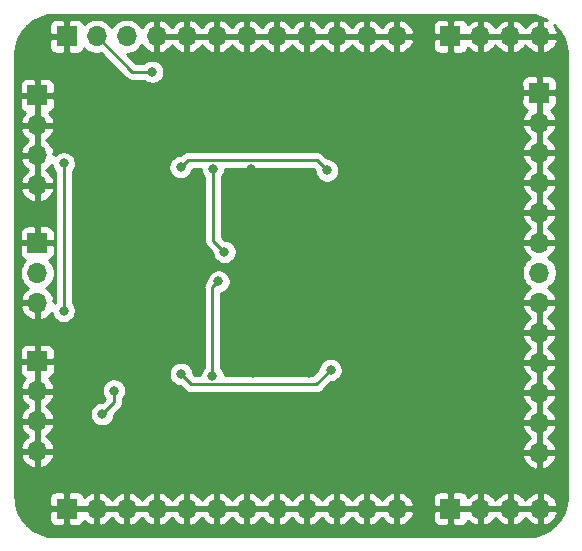
<source format=gbr>
%TF.GenerationSoftware,KiCad,Pcbnew,(5.1.9)-1*%
%TF.CreationDate,2021-10-14T16:08:06-04:00*%
%TF.ProjectId,ModularPreamp-ParallelInputs,4d6f6475-6c61-4725-9072-65616d702d50,rev?*%
%TF.SameCoordinates,Original*%
%TF.FileFunction,Copper,L2,Bot*%
%TF.FilePolarity,Positive*%
%FSLAX46Y46*%
G04 Gerber Fmt 4.6, Leading zero omitted, Abs format (unit mm)*
G04 Created by KiCad (PCBNEW (5.1.9)-1) date 2021-10-14 16:08:06*
%MOMM*%
%LPD*%
G01*
G04 APERTURE LIST*
%TA.AperFunction,ComponentPad*%
%ADD10O,1.700000X1.700000*%
%TD*%
%TA.AperFunction,ComponentPad*%
%ADD11R,1.700000X1.700000*%
%TD*%
%TA.AperFunction,ViaPad*%
%ADD12C,0.800000*%
%TD*%
%TA.AperFunction,Conductor*%
%ADD13C,0.250000*%
%TD*%
%TA.AperFunction,Conductor*%
%ADD14C,0.254000*%
%TD*%
%TA.AperFunction,Conductor*%
%ADD15C,0.100000*%
%TD*%
G04 APERTURE END LIST*
D10*
%TO.P,J5,3*%
%TO.N,GND*%
X102500000Y-97580000D03*
%TO.P,J5,2*%
%TO.N,SigIn*%
X102500000Y-95040000D03*
D11*
%TO.P,J5,1*%
%TO.N,GND*%
X102500000Y-92500000D03*
%TD*%
D10*
%TO.P,J13,4*%
%TO.N,GND*%
X102500000Y-87620000D03*
%TO.P,J13,3*%
X102500000Y-85080000D03*
%TO.P,J13,2*%
X102500000Y-82540000D03*
D11*
%TO.P,J13,1*%
X102500000Y-80000000D03*
%TD*%
D10*
%TO.P,J12,4*%
%TO.N,GND*%
X102500000Y-110120000D03*
%TO.P,J12,3*%
X102500000Y-107580000D03*
%TO.P,J12,2*%
X102500000Y-105040000D03*
D11*
%TO.P,J12,1*%
X102500000Y-102500000D03*
%TD*%
D10*
%TO.P,J7,13*%
%TO.N,GND*%
X145000000Y-110240000D03*
%TO.P,J7,12*%
X145000000Y-107700000D03*
%TO.P,J7,11*%
X145000000Y-105160000D03*
%TO.P,J7,10*%
X145000000Y-102620000D03*
%TO.P,J7,9*%
X145000000Y-100080000D03*
%TO.P,J7,8*%
X145000000Y-97540000D03*
%TO.P,J7,7*%
%TO.N,Sum*%
X145000000Y-95000000D03*
%TO.P,J7,6*%
%TO.N,GND*%
X145000000Y-92460000D03*
%TO.P,J7,5*%
X145000000Y-89920000D03*
%TO.P,J7,4*%
X145000000Y-87380000D03*
%TO.P,J7,3*%
X145000000Y-84840000D03*
%TO.P,J7,2*%
X145000000Y-82300000D03*
D11*
%TO.P,J7,1*%
X145000000Y-79760000D03*
%TD*%
D10*
%TO.P,J11,4*%
%TO.N,GND*%
X145120000Y-75000000D03*
%TO.P,J11,3*%
X142580000Y-75000000D03*
%TO.P,J11,2*%
X140040000Y-75000000D03*
D11*
%TO.P,J11,1*%
X137500000Y-75000000D03*
%TD*%
D10*
%TO.P,J10,4*%
%TO.N,GND*%
X145120000Y-115000000D03*
%TO.P,J10,3*%
X142580000Y-115000000D03*
%TO.P,J10,2*%
X140040000Y-115000000D03*
D11*
%TO.P,J10,1*%
X137500000Y-115000000D03*
%TD*%
D10*
%TO.P,J8,12*%
%TO.N,GND*%
X132940000Y-115000000D03*
%TO.P,J8,11*%
X130400000Y-115000000D03*
%TO.P,J8,10*%
X127860000Y-115000000D03*
%TO.P,J8,9*%
X125320000Y-115000000D03*
%TO.P,J8,8*%
X122780000Y-115000000D03*
%TO.P,J8,7*%
X120240000Y-115000000D03*
%TO.P,J8,6*%
X117700000Y-115000000D03*
%TO.P,J8,5*%
X115160000Y-115000000D03*
%TO.P,J8,4*%
X112620000Y-115000000D03*
%TO.P,J8,3*%
X110080000Y-115000000D03*
%TO.P,J8,2*%
X107540000Y-115000000D03*
D11*
%TO.P,J8,1*%
X105000000Y-115000000D03*
%TD*%
D10*
%TO.P,J6,12*%
%TO.N,GND*%
X132940000Y-75000000D03*
%TO.P,J6,11*%
X130400000Y-75000000D03*
%TO.P,J6,10*%
X127860000Y-75000000D03*
%TO.P,J6,9*%
X125320000Y-75000000D03*
%TO.P,J6,8*%
X122780000Y-75000000D03*
%TO.P,J6,7*%
X120240000Y-75000000D03*
%TO.P,J6,6*%
X117700000Y-75000000D03*
%TO.P,J6,5*%
X115160000Y-75000000D03*
%TO.P,J6,4*%
X112620000Y-75000000D03*
%TO.P,J6,3*%
%TO.N,-5V*%
X110080000Y-75000000D03*
%TO.P,J6,2*%
%TO.N,+5V*%
X107540000Y-75000000D03*
D11*
%TO.P,J6,1*%
%TO.N,GND*%
X105000000Y-75000000D03*
%TD*%
D12*
%TO.N,GND*%
X109100000Y-90750000D03*
X111600000Y-92250000D03*
X119600000Y-87500000D03*
X120600000Y-86250000D03*
X125600000Y-86750000D03*
X111350000Y-95750000D03*
X109350000Y-98500000D03*
X112500000Y-107750000D03*
X119750000Y-102500000D03*
X124500000Y-108500000D03*
X125500000Y-103500000D03*
X120750000Y-103500000D03*
X124250000Y-81750000D03*
X112750000Y-81750000D03*
X131000000Y-86500000D03*
X131500000Y-91500000D03*
X131250000Y-103750000D03*
X131250000Y-98500000D03*
X141000000Y-99000000D03*
X139500000Y-99500000D03*
X138000000Y-99000000D03*
X136500000Y-99000000D03*
X135500000Y-97500000D03*
X135500000Y-95000000D03*
X135500000Y-92500000D03*
X140000000Y-95000000D03*
X139500000Y-92500000D03*
X139500000Y-90500000D03*
X139500000Y-98000000D03*
X141000000Y-91000000D03*
X138000000Y-90500000D03*
X136000000Y-90500000D03*
X126000000Y-92500000D03*
X126000000Y-90500000D03*
X126000000Y-88500000D03*
X126500000Y-95000000D03*
X125000000Y-95000000D03*
X126000000Y-97500000D03*
X126000000Y-99500000D03*
X116000000Y-94000000D03*
X116000000Y-95500000D03*
X119500000Y-94000000D03*
X119500000Y-96000000D03*
X117500000Y-94500000D03*
X113000000Y-95000000D03*
X120000000Y-90000000D03*
X113000000Y-91500000D03*
X108000000Y-100500000D03*
X105500000Y-100500000D03*
X117500000Y-107500000D03*
X120000000Y-107500000D03*
X120000000Y-105500000D03*
X117500000Y-105500000D03*
X122500000Y-105500000D03*
X121500000Y-95500000D03*
X123500000Y-95500000D03*
X123500000Y-94000000D03*
X121500000Y-94000000D03*
X119500000Y-84000000D03*
X117500000Y-82000000D03*
X117500000Y-84000000D03*
X122000000Y-83000000D03*
X118000000Y-79000000D03*
X116000000Y-77500000D03*
X114500000Y-79000000D03*
X112000000Y-80000000D03*
X105000000Y-83500000D03*
X107000000Y-82000000D03*
X109000000Y-80000000D03*
X109000000Y-78000000D03*
X106500000Y-95000000D03*
X108000000Y-97500000D03*
X108000000Y-99000000D03*
X107500000Y-96000000D03*
X107500000Y-94000000D03*
X108000000Y-92500000D03*
X108000000Y-91000000D03*
X108000000Y-89500000D03*
%TO.N,+5V*%
X112250000Y-78000000D03*
%TO.N,-5V*%
X104750000Y-85750000D03*
X104750000Y-98250000D03*
%TO.N,Net-(C3-Pad1)*%
X117390498Y-86209502D03*
X118350000Y-93250000D03*
%TO.N,Net-(C5-Pad1)*%
X117350000Y-103750000D03*
X117850000Y-95750000D03*
%TO.N,Net-(C8-Pad2)*%
X127350000Y-103250000D03*
X114669490Y-103588052D03*
%TO.N,Net-(C10-Pad2)*%
X114650000Y-86075000D03*
X127050000Y-86350000D03*
%TO.N,SigIn*%
X108000000Y-107000000D03*
X109000000Y-105000000D03*
%TD*%
D13*
%TO.N,+5V*%
X107540000Y-75000000D02*
X110540000Y-78000000D01*
X110540000Y-78000000D02*
X112250000Y-78000000D01*
%TO.N,-5V*%
X104750000Y-85750000D02*
X104750000Y-98250000D01*
%TO.N,Net-(C3-Pad1)*%
X117390498Y-92290498D02*
X118350000Y-93250000D01*
X117390498Y-86209502D02*
X117390498Y-92290498D01*
%TO.N,Net-(C5-Pad1)*%
X117350000Y-103750000D02*
X117350000Y-96250000D01*
X117350000Y-96250000D02*
X117850000Y-95750000D01*
%TO.N,Net-(C8-Pad2)*%
X115556439Y-104475001D02*
X114669490Y-103588052D01*
X127350000Y-103250000D02*
X126124999Y-104475001D01*
X126124999Y-104475001D02*
X115556439Y-104475001D01*
%TO.N,Net-(C10-Pad2)*%
X126184501Y-85484501D02*
X127050000Y-86350000D01*
X115240499Y-85484501D02*
X126184501Y-85484501D01*
X114650000Y-86075000D02*
X115240499Y-85484501D01*
%TO.N,SigIn*%
X109000000Y-106000000D02*
X109000000Y-105000000D01*
X108000000Y-107000000D02*
X109000000Y-106000000D01*
%TD*%
D14*
%TO.N,GND*%
X144648126Y-73226714D02*
X145271572Y-73414943D01*
X145638339Y-73609958D01*
X145624099Y-73603175D01*
X145476890Y-73558524D01*
X145247000Y-73679845D01*
X145247000Y-74873000D01*
X146440814Y-74873000D01*
X146561481Y-74643109D01*
X146464157Y-74368748D01*
X146315178Y-74118645D01*
X146261460Y-74059050D01*
X146351247Y-74132279D01*
X146766362Y-74634067D01*
X147076105Y-75206924D01*
X147268682Y-75829039D01*
X147340001Y-76507594D01*
X147340000Y-113967721D01*
X147273286Y-114648126D01*
X147085057Y-115271570D01*
X146779323Y-115846573D01*
X146367721Y-116351248D01*
X145865933Y-116766362D01*
X145293077Y-117076104D01*
X144670961Y-117268682D01*
X143992417Y-117340000D01*
X104032279Y-117340000D01*
X103351874Y-117273286D01*
X102728430Y-117085057D01*
X102153427Y-116779323D01*
X101648752Y-116367721D01*
X101233638Y-115865933D01*
X101225024Y-115850000D01*
X103511928Y-115850000D01*
X103524188Y-115974482D01*
X103560498Y-116094180D01*
X103619463Y-116204494D01*
X103698815Y-116301185D01*
X103795506Y-116380537D01*
X103905820Y-116439502D01*
X104025518Y-116475812D01*
X104150000Y-116488072D01*
X104714250Y-116485000D01*
X104873000Y-116326250D01*
X104873000Y-115127000D01*
X105127000Y-115127000D01*
X105127000Y-116326250D01*
X105285750Y-116485000D01*
X105850000Y-116488072D01*
X105974482Y-116475812D01*
X106094180Y-116439502D01*
X106204494Y-116380537D01*
X106301185Y-116301185D01*
X106380537Y-116204494D01*
X106439502Y-116094180D01*
X106463966Y-116013534D01*
X106539731Y-116097588D01*
X106773080Y-116271641D01*
X107035901Y-116396825D01*
X107183110Y-116441476D01*
X107413000Y-116320155D01*
X107413000Y-115127000D01*
X107667000Y-115127000D01*
X107667000Y-116320155D01*
X107896890Y-116441476D01*
X108044099Y-116396825D01*
X108306920Y-116271641D01*
X108540269Y-116097588D01*
X108735178Y-115881355D01*
X108810000Y-115755745D01*
X108884822Y-115881355D01*
X109079731Y-116097588D01*
X109313080Y-116271641D01*
X109575901Y-116396825D01*
X109723110Y-116441476D01*
X109953000Y-116320155D01*
X109953000Y-115127000D01*
X110207000Y-115127000D01*
X110207000Y-116320155D01*
X110436890Y-116441476D01*
X110584099Y-116396825D01*
X110846920Y-116271641D01*
X111080269Y-116097588D01*
X111275178Y-115881355D01*
X111350000Y-115755745D01*
X111424822Y-115881355D01*
X111619731Y-116097588D01*
X111853080Y-116271641D01*
X112115901Y-116396825D01*
X112263110Y-116441476D01*
X112493000Y-116320155D01*
X112493000Y-115127000D01*
X112747000Y-115127000D01*
X112747000Y-116320155D01*
X112976890Y-116441476D01*
X113124099Y-116396825D01*
X113386920Y-116271641D01*
X113620269Y-116097588D01*
X113815178Y-115881355D01*
X113890000Y-115755745D01*
X113964822Y-115881355D01*
X114159731Y-116097588D01*
X114393080Y-116271641D01*
X114655901Y-116396825D01*
X114803110Y-116441476D01*
X115033000Y-116320155D01*
X115033000Y-115127000D01*
X115287000Y-115127000D01*
X115287000Y-116320155D01*
X115516890Y-116441476D01*
X115664099Y-116396825D01*
X115926920Y-116271641D01*
X116160269Y-116097588D01*
X116355178Y-115881355D01*
X116430000Y-115755745D01*
X116504822Y-115881355D01*
X116699731Y-116097588D01*
X116933080Y-116271641D01*
X117195901Y-116396825D01*
X117343110Y-116441476D01*
X117573000Y-116320155D01*
X117573000Y-115127000D01*
X117827000Y-115127000D01*
X117827000Y-116320155D01*
X118056890Y-116441476D01*
X118204099Y-116396825D01*
X118466920Y-116271641D01*
X118700269Y-116097588D01*
X118895178Y-115881355D01*
X118970000Y-115755745D01*
X119044822Y-115881355D01*
X119239731Y-116097588D01*
X119473080Y-116271641D01*
X119735901Y-116396825D01*
X119883110Y-116441476D01*
X120113000Y-116320155D01*
X120113000Y-115127000D01*
X120367000Y-115127000D01*
X120367000Y-116320155D01*
X120596890Y-116441476D01*
X120744099Y-116396825D01*
X121006920Y-116271641D01*
X121240269Y-116097588D01*
X121435178Y-115881355D01*
X121510000Y-115755745D01*
X121584822Y-115881355D01*
X121779731Y-116097588D01*
X122013080Y-116271641D01*
X122275901Y-116396825D01*
X122423110Y-116441476D01*
X122653000Y-116320155D01*
X122653000Y-115127000D01*
X122907000Y-115127000D01*
X122907000Y-116320155D01*
X123136890Y-116441476D01*
X123284099Y-116396825D01*
X123546920Y-116271641D01*
X123780269Y-116097588D01*
X123975178Y-115881355D01*
X124050000Y-115755745D01*
X124124822Y-115881355D01*
X124319731Y-116097588D01*
X124553080Y-116271641D01*
X124815901Y-116396825D01*
X124963110Y-116441476D01*
X125193000Y-116320155D01*
X125193000Y-115127000D01*
X125447000Y-115127000D01*
X125447000Y-116320155D01*
X125676890Y-116441476D01*
X125824099Y-116396825D01*
X126086920Y-116271641D01*
X126320269Y-116097588D01*
X126515178Y-115881355D01*
X126590000Y-115755745D01*
X126664822Y-115881355D01*
X126859731Y-116097588D01*
X127093080Y-116271641D01*
X127355901Y-116396825D01*
X127503110Y-116441476D01*
X127733000Y-116320155D01*
X127733000Y-115127000D01*
X127987000Y-115127000D01*
X127987000Y-116320155D01*
X128216890Y-116441476D01*
X128364099Y-116396825D01*
X128626920Y-116271641D01*
X128860269Y-116097588D01*
X129055178Y-115881355D01*
X129130000Y-115755745D01*
X129204822Y-115881355D01*
X129399731Y-116097588D01*
X129633080Y-116271641D01*
X129895901Y-116396825D01*
X130043110Y-116441476D01*
X130273000Y-116320155D01*
X130273000Y-115127000D01*
X130527000Y-115127000D01*
X130527000Y-116320155D01*
X130756890Y-116441476D01*
X130904099Y-116396825D01*
X131166920Y-116271641D01*
X131400269Y-116097588D01*
X131595178Y-115881355D01*
X131670000Y-115755745D01*
X131744822Y-115881355D01*
X131939731Y-116097588D01*
X132173080Y-116271641D01*
X132435901Y-116396825D01*
X132583110Y-116441476D01*
X132813000Y-116320155D01*
X132813000Y-115127000D01*
X133067000Y-115127000D01*
X133067000Y-116320155D01*
X133296890Y-116441476D01*
X133444099Y-116396825D01*
X133706920Y-116271641D01*
X133940269Y-116097588D01*
X134135178Y-115881355D01*
X134153855Y-115850000D01*
X136011928Y-115850000D01*
X136024188Y-115974482D01*
X136060498Y-116094180D01*
X136119463Y-116204494D01*
X136198815Y-116301185D01*
X136295506Y-116380537D01*
X136405820Y-116439502D01*
X136525518Y-116475812D01*
X136650000Y-116488072D01*
X137214250Y-116485000D01*
X137373000Y-116326250D01*
X137373000Y-115127000D01*
X137627000Y-115127000D01*
X137627000Y-116326250D01*
X137785750Y-116485000D01*
X138350000Y-116488072D01*
X138474482Y-116475812D01*
X138594180Y-116439502D01*
X138704494Y-116380537D01*
X138801185Y-116301185D01*
X138880537Y-116204494D01*
X138939502Y-116094180D01*
X138963966Y-116013534D01*
X139039731Y-116097588D01*
X139273080Y-116271641D01*
X139535901Y-116396825D01*
X139683110Y-116441476D01*
X139913000Y-116320155D01*
X139913000Y-115127000D01*
X140167000Y-115127000D01*
X140167000Y-116320155D01*
X140396890Y-116441476D01*
X140544099Y-116396825D01*
X140806920Y-116271641D01*
X141040269Y-116097588D01*
X141235178Y-115881355D01*
X141310000Y-115755745D01*
X141384822Y-115881355D01*
X141579731Y-116097588D01*
X141813080Y-116271641D01*
X142075901Y-116396825D01*
X142223110Y-116441476D01*
X142453000Y-116320155D01*
X142453000Y-115127000D01*
X142707000Y-115127000D01*
X142707000Y-116320155D01*
X142936890Y-116441476D01*
X143084099Y-116396825D01*
X143346920Y-116271641D01*
X143580269Y-116097588D01*
X143775178Y-115881355D01*
X143850000Y-115755745D01*
X143924822Y-115881355D01*
X144119731Y-116097588D01*
X144353080Y-116271641D01*
X144615901Y-116396825D01*
X144763110Y-116441476D01*
X144993000Y-116320155D01*
X144993000Y-115127000D01*
X145247000Y-115127000D01*
X145247000Y-116320155D01*
X145476890Y-116441476D01*
X145624099Y-116396825D01*
X145886920Y-116271641D01*
X146120269Y-116097588D01*
X146315178Y-115881355D01*
X146464157Y-115631252D01*
X146561481Y-115356891D01*
X146440814Y-115127000D01*
X145247000Y-115127000D01*
X144993000Y-115127000D01*
X142707000Y-115127000D01*
X142453000Y-115127000D01*
X140167000Y-115127000D01*
X139913000Y-115127000D01*
X137627000Y-115127000D01*
X137373000Y-115127000D01*
X136173750Y-115127000D01*
X136015000Y-115285750D01*
X136011928Y-115850000D01*
X134153855Y-115850000D01*
X134284157Y-115631252D01*
X134381481Y-115356891D01*
X134260814Y-115127000D01*
X133067000Y-115127000D01*
X132813000Y-115127000D01*
X130527000Y-115127000D01*
X130273000Y-115127000D01*
X127987000Y-115127000D01*
X127733000Y-115127000D01*
X125447000Y-115127000D01*
X125193000Y-115127000D01*
X122907000Y-115127000D01*
X122653000Y-115127000D01*
X120367000Y-115127000D01*
X120113000Y-115127000D01*
X117827000Y-115127000D01*
X117573000Y-115127000D01*
X115287000Y-115127000D01*
X115033000Y-115127000D01*
X112747000Y-115127000D01*
X112493000Y-115127000D01*
X110207000Y-115127000D01*
X109953000Y-115127000D01*
X107667000Y-115127000D01*
X107413000Y-115127000D01*
X105127000Y-115127000D01*
X104873000Y-115127000D01*
X103673750Y-115127000D01*
X103515000Y-115285750D01*
X103511928Y-115850000D01*
X101225024Y-115850000D01*
X100923896Y-115293077D01*
X100731318Y-114670961D01*
X100676563Y-114150000D01*
X103511928Y-114150000D01*
X103515000Y-114714250D01*
X103673750Y-114873000D01*
X104873000Y-114873000D01*
X104873000Y-113673750D01*
X105127000Y-113673750D01*
X105127000Y-114873000D01*
X107413000Y-114873000D01*
X107413000Y-113679845D01*
X107667000Y-113679845D01*
X107667000Y-114873000D01*
X109953000Y-114873000D01*
X109953000Y-113679845D01*
X110207000Y-113679845D01*
X110207000Y-114873000D01*
X112493000Y-114873000D01*
X112493000Y-113679845D01*
X112747000Y-113679845D01*
X112747000Y-114873000D01*
X115033000Y-114873000D01*
X115033000Y-113679845D01*
X115287000Y-113679845D01*
X115287000Y-114873000D01*
X117573000Y-114873000D01*
X117573000Y-113679845D01*
X117827000Y-113679845D01*
X117827000Y-114873000D01*
X120113000Y-114873000D01*
X120113000Y-113679845D01*
X120367000Y-113679845D01*
X120367000Y-114873000D01*
X122653000Y-114873000D01*
X122653000Y-113679845D01*
X122907000Y-113679845D01*
X122907000Y-114873000D01*
X125193000Y-114873000D01*
X125193000Y-113679845D01*
X125447000Y-113679845D01*
X125447000Y-114873000D01*
X127733000Y-114873000D01*
X127733000Y-113679845D01*
X127987000Y-113679845D01*
X127987000Y-114873000D01*
X130273000Y-114873000D01*
X130273000Y-113679845D01*
X130527000Y-113679845D01*
X130527000Y-114873000D01*
X132813000Y-114873000D01*
X132813000Y-113679845D01*
X133067000Y-113679845D01*
X133067000Y-114873000D01*
X134260814Y-114873000D01*
X134381481Y-114643109D01*
X134284157Y-114368748D01*
X134153856Y-114150000D01*
X136011928Y-114150000D01*
X136015000Y-114714250D01*
X136173750Y-114873000D01*
X137373000Y-114873000D01*
X137373000Y-113673750D01*
X137627000Y-113673750D01*
X137627000Y-114873000D01*
X139913000Y-114873000D01*
X139913000Y-113679845D01*
X140167000Y-113679845D01*
X140167000Y-114873000D01*
X142453000Y-114873000D01*
X142453000Y-113679845D01*
X142707000Y-113679845D01*
X142707000Y-114873000D01*
X144993000Y-114873000D01*
X144993000Y-113679845D01*
X145247000Y-113679845D01*
X145247000Y-114873000D01*
X146440814Y-114873000D01*
X146561481Y-114643109D01*
X146464157Y-114368748D01*
X146315178Y-114118645D01*
X146120269Y-113902412D01*
X145886920Y-113728359D01*
X145624099Y-113603175D01*
X145476890Y-113558524D01*
X145247000Y-113679845D01*
X144993000Y-113679845D01*
X144763110Y-113558524D01*
X144615901Y-113603175D01*
X144353080Y-113728359D01*
X144119731Y-113902412D01*
X143924822Y-114118645D01*
X143850000Y-114244255D01*
X143775178Y-114118645D01*
X143580269Y-113902412D01*
X143346920Y-113728359D01*
X143084099Y-113603175D01*
X142936890Y-113558524D01*
X142707000Y-113679845D01*
X142453000Y-113679845D01*
X142223110Y-113558524D01*
X142075901Y-113603175D01*
X141813080Y-113728359D01*
X141579731Y-113902412D01*
X141384822Y-114118645D01*
X141310000Y-114244255D01*
X141235178Y-114118645D01*
X141040269Y-113902412D01*
X140806920Y-113728359D01*
X140544099Y-113603175D01*
X140396890Y-113558524D01*
X140167000Y-113679845D01*
X139913000Y-113679845D01*
X139683110Y-113558524D01*
X139535901Y-113603175D01*
X139273080Y-113728359D01*
X139039731Y-113902412D01*
X138963966Y-113986466D01*
X138939502Y-113905820D01*
X138880537Y-113795506D01*
X138801185Y-113698815D01*
X138704494Y-113619463D01*
X138594180Y-113560498D01*
X138474482Y-113524188D01*
X138350000Y-113511928D01*
X137785750Y-113515000D01*
X137627000Y-113673750D01*
X137373000Y-113673750D01*
X137214250Y-113515000D01*
X136650000Y-113511928D01*
X136525518Y-113524188D01*
X136405820Y-113560498D01*
X136295506Y-113619463D01*
X136198815Y-113698815D01*
X136119463Y-113795506D01*
X136060498Y-113905820D01*
X136024188Y-114025518D01*
X136011928Y-114150000D01*
X134153856Y-114150000D01*
X134135178Y-114118645D01*
X133940269Y-113902412D01*
X133706920Y-113728359D01*
X133444099Y-113603175D01*
X133296890Y-113558524D01*
X133067000Y-113679845D01*
X132813000Y-113679845D01*
X132583110Y-113558524D01*
X132435901Y-113603175D01*
X132173080Y-113728359D01*
X131939731Y-113902412D01*
X131744822Y-114118645D01*
X131670000Y-114244255D01*
X131595178Y-114118645D01*
X131400269Y-113902412D01*
X131166920Y-113728359D01*
X130904099Y-113603175D01*
X130756890Y-113558524D01*
X130527000Y-113679845D01*
X130273000Y-113679845D01*
X130043110Y-113558524D01*
X129895901Y-113603175D01*
X129633080Y-113728359D01*
X129399731Y-113902412D01*
X129204822Y-114118645D01*
X129130000Y-114244255D01*
X129055178Y-114118645D01*
X128860269Y-113902412D01*
X128626920Y-113728359D01*
X128364099Y-113603175D01*
X128216890Y-113558524D01*
X127987000Y-113679845D01*
X127733000Y-113679845D01*
X127503110Y-113558524D01*
X127355901Y-113603175D01*
X127093080Y-113728359D01*
X126859731Y-113902412D01*
X126664822Y-114118645D01*
X126590000Y-114244255D01*
X126515178Y-114118645D01*
X126320269Y-113902412D01*
X126086920Y-113728359D01*
X125824099Y-113603175D01*
X125676890Y-113558524D01*
X125447000Y-113679845D01*
X125193000Y-113679845D01*
X124963110Y-113558524D01*
X124815901Y-113603175D01*
X124553080Y-113728359D01*
X124319731Y-113902412D01*
X124124822Y-114118645D01*
X124050000Y-114244255D01*
X123975178Y-114118645D01*
X123780269Y-113902412D01*
X123546920Y-113728359D01*
X123284099Y-113603175D01*
X123136890Y-113558524D01*
X122907000Y-113679845D01*
X122653000Y-113679845D01*
X122423110Y-113558524D01*
X122275901Y-113603175D01*
X122013080Y-113728359D01*
X121779731Y-113902412D01*
X121584822Y-114118645D01*
X121510000Y-114244255D01*
X121435178Y-114118645D01*
X121240269Y-113902412D01*
X121006920Y-113728359D01*
X120744099Y-113603175D01*
X120596890Y-113558524D01*
X120367000Y-113679845D01*
X120113000Y-113679845D01*
X119883110Y-113558524D01*
X119735901Y-113603175D01*
X119473080Y-113728359D01*
X119239731Y-113902412D01*
X119044822Y-114118645D01*
X118970000Y-114244255D01*
X118895178Y-114118645D01*
X118700269Y-113902412D01*
X118466920Y-113728359D01*
X118204099Y-113603175D01*
X118056890Y-113558524D01*
X117827000Y-113679845D01*
X117573000Y-113679845D01*
X117343110Y-113558524D01*
X117195901Y-113603175D01*
X116933080Y-113728359D01*
X116699731Y-113902412D01*
X116504822Y-114118645D01*
X116430000Y-114244255D01*
X116355178Y-114118645D01*
X116160269Y-113902412D01*
X115926920Y-113728359D01*
X115664099Y-113603175D01*
X115516890Y-113558524D01*
X115287000Y-113679845D01*
X115033000Y-113679845D01*
X114803110Y-113558524D01*
X114655901Y-113603175D01*
X114393080Y-113728359D01*
X114159731Y-113902412D01*
X113964822Y-114118645D01*
X113890000Y-114244255D01*
X113815178Y-114118645D01*
X113620269Y-113902412D01*
X113386920Y-113728359D01*
X113124099Y-113603175D01*
X112976890Y-113558524D01*
X112747000Y-113679845D01*
X112493000Y-113679845D01*
X112263110Y-113558524D01*
X112115901Y-113603175D01*
X111853080Y-113728359D01*
X111619731Y-113902412D01*
X111424822Y-114118645D01*
X111350000Y-114244255D01*
X111275178Y-114118645D01*
X111080269Y-113902412D01*
X110846920Y-113728359D01*
X110584099Y-113603175D01*
X110436890Y-113558524D01*
X110207000Y-113679845D01*
X109953000Y-113679845D01*
X109723110Y-113558524D01*
X109575901Y-113603175D01*
X109313080Y-113728359D01*
X109079731Y-113902412D01*
X108884822Y-114118645D01*
X108810000Y-114244255D01*
X108735178Y-114118645D01*
X108540269Y-113902412D01*
X108306920Y-113728359D01*
X108044099Y-113603175D01*
X107896890Y-113558524D01*
X107667000Y-113679845D01*
X107413000Y-113679845D01*
X107183110Y-113558524D01*
X107035901Y-113603175D01*
X106773080Y-113728359D01*
X106539731Y-113902412D01*
X106463966Y-113986466D01*
X106439502Y-113905820D01*
X106380537Y-113795506D01*
X106301185Y-113698815D01*
X106204494Y-113619463D01*
X106094180Y-113560498D01*
X105974482Y-113524188D01*
X105850000Y-113511928D01*
X105285750Y-113515000D01*
X105127000Y-113673750D01*
X104873000Y-113673750D01*
X104714250Y-113515000D01*
X104150000Y-113511928D01*
X104025518Y-113524188D01*
X103905820Y-113560498D01*
X103795506Y-113619463D01*
X103698815Y-113698815D01*
X103619463Y-113795506D01*
X103560498Y-113905820D01*
X103524188Y-114025518D01*
X103511928Y-114150000D01*
X100676563Y-114150000D01*
X100660000Y-113992417D01*
X100660000Y-110476890D01*
X101058524Y-110476890D01*
X101103175Y-110624099D01*
X101228359Y-110886920D01*
X101402412Y-111120269D01*
X101618645Y-111315178D01*
X101868748Y-111464157D01*
X102143109Y-111561481D01*
X102373000Y-111440814D01*
X102373000Y-110247000D01*
X102627000Y-110247000D01*
X102627000Y-111440814D01*
X102856891Y-111561481D01*
X103131252Y-111464157D01*
X103381355Y-111315178D01*
X103597588Y-111120269D01*
X103771641Y-110886920D01*
X103896825Y-110624099D01*
X103905077Y-110596890D01*
X143558524Y-110596890D01*
X143603175Y-110744099D01*
X143728359Y-111006920D01*
X143902412Y-111240269D01*
X144118645Y-111435178D01*
X144368748Y-111584157D01*
X144643109Y-111681481D01*
X144873000Y-111560814D01*
X144873000Y-110367000D01*
X145127000Y-110367000D01*
X145127000Y-111560814D01*
X145356891Y-111681481D01*
X145631252Y-111584157D01*
X145881355Y-111435178D01*
X146097588Y-111240269D01*
X146271641Y-111006920D01*
X146396825Y-110744099D01*
X146441476Y-110596890D01*
X146320155Y-110367000D01*
X145127000Y-110367000D01*
X144873000Y-110367000D01*
X143679845Y-110367000D01*
X143558524Y-110596890D01*
X103905077Y-110596890D01*
X103941476Y-110476890D01*
X103820155Y-110247000D01*
X102627000Y-110247000D01*
X102373000Y-110247000D01*
X101179845Y-110247000D01*
X101058524Y-110476890D01*
X100660000Y-110476890D01*
X100660000Y-107936890D01*
X101058524Y-107936890D01*
X101103175Y-108084099D01*
X101228359Y-108346920D01*
X101402412Y-108580269D01*
X101618645Y-108775178D01*
X101744255Y-108850000D01*
X101618645Y-108924822D01*
X101402412Y-109119731D01*
X101228359Y-109353080D01*
X101103175Y-109615901D01*
X101058524Y-109763110D01*
X101179845Y-109993000D01*
X102373000Y-109993000D01*
X102373000Y-107707000D01*
X102627000Y-107707000D01*
X102627000Y-109993000D01*
X103820155Y-109993000D01*
X103941476Y-109763110D01*
X103896825Y-109615901D01*
X103771641Y-109353080D01*
X103597588Y-109119731D01*
X103381355Y-108924822D01*
X103255745Y-108850000D01*
X103381355Y-108775178D01*
X103597588Y-108580269D01*
X103771641Y-108346920D01*
X103896825Y-108084099D01*
X103905077Y-108056890D01*
X143558524Y-108056890D01*
X143603175Y-108204099D01*
X143728359Y-108466920D01*
X143902412Y-108700269D01*
X144118645Y-108895178D01*
X144244255Y-108970000D01*
X144118645Y-109044822D01*
X143902412Y-109239731D01*
X143728359Y-109473080D01*
X143603175Y-109735901D01*
X143558524Y-109883110D01*
X143679845Y-110113000D01*
X144873000Y-110113000D01*
X144873000Y-107827000D01*
X145127000Y-107827000D01*
X145127000Y-110113000D01*
X146320155Y-110113000D01*
X146441476Y-109883110D01*
X146396825Y-109735901D01*
X146271641Y-109473080D01*
X146097588Y-109239731D01*
X145881355Y-109044822D01*
X145755745Y-108970000D01*
X145881355Y-108895178D01*
X146097588Y-108700269D01*
X146271641Y-108466920D01*
X146396825Y-108204099D01*
X146441476Y-108056890D01*
X146320155Y-107827000D01*
X145127000Y-107827000D01*
X144873000Y-107827000D01*
X143679845Y-107827000D01*
X143558524Y-108056890D01*
X103905077Y-108056890D01*
X103941476Y-107936890D01*
X103820155Y-107707000D01*
X102627000Y-107707000D01*
X102373000Y-107707000D01*
X101179845Y-107707000D01*
X101058524Y-107936890D01*
X100660000Y-107936890D01*
X100660000Y-105396890D01*
X101058524Y-105396890D01*
X101103175Y-105544099D01*
X101228359Y-105806920D01*
X101402412Y-106040269D01*
X101618645Y-106235178D01*
X101744255Y-106310000D01*
X101618645Y-106384822D01*
X101402412Y-106579731D01*
X101228359Y-106813080D01*
X101103175Y-107075901D01*
X101058524Y-107223110D01*
X101179845Y-107453000D01*
X102373000Y-107453000D01*
X102373000Y-105167000D01*
X102627000Y-105167000D01*
X102627000Y-107453000D01*
X103820155Y-107453000D01*
X103941476Y-107223110D01*
X103896825Y-107075901D01*
X103812119Y-106898061D01*
X106965000Y-106898061D01*
X106965000Y-107101939D01*
X107004774Y-107301898D01*
X107082795Y-107490256D01*
X107196063Y-107659774D01*
X107340226Y-107803937D01*
X107509744Y-107917205D01*
X107698102Y-107995226D01*
X107898061Y-108035000D01*
X108101939Y-108035000D01*
X108301898Y-107995226D01*
X108490256Y-107917205D01*
X108659774Y-107803937D01*
X108803937Y-107659774D01*
X108917205Y-107490256D01*
X108995226Y-107301898D01*
X109035000Y-107101939D01*
X109035000Y-107039801D01*
X109511004Y-106563798D01*
X109540001Y-106540001D01*
X109634974Y-106424276D01*
X109705546Y-106292247D01*
X109749003Y-106148986D01*
X109760000Y-106037333D01*
X109760000Y-106037332D01*
X109763677Y-106000000D01*
X109760000Y-105962667D01*
X109760000Y-105703711D01*
X109803937Y-105659774D01*
X109899408Y-105516890D01*
X143558524Y-105516890D01*
X143603175Y-105664099D01*
X143728359Y-105926920D01*
X143902412Y-106160269D01*
X144118645Y-106355178D01*
X144244255Y-106430000D01*
X144118645Y-106504822D01*
X143902412Y-106699731D01*
X143728359Y-106933080D01*
X143603175Y-107195901D01*
X143558524Y-107343110D01*
X143679845Y-107573000D01*
X144873000Y-107573000D01*
X144873000Y-105287000D01*
X145127000Y-105287000D01*
X145127000Y-107573000D01*
X146320155Y-107573000D01*
X146441476Y-107343110D01*
X146396825Y-107195901D01*
X146271641Y-106933080D01*
X146097588Y-106699731D01*
X145881355Y-106504822D01*
X145755745Y-106430000D01*
X145881355Y-106355178D01*
X146097588Y-106160269D01*
X146271641Y-105926920D01*
X146396825Y-105664099D01*
X146441476Y-105516890D01*
X146320155Y-105287000D01*
X145127000Y-105287000D01*
X144873000Y-105287000D01*
X143679845Y-105287000D01*
X143558524Y-105516890D01*
X109899408Y-105516890D01*
X109917205Y-105490256D01*
X109995226Y-105301898D01*
X110035000Y-105101939D01*
X110035000Y-104898061D01*
X109995226Y-104698102D01*
X109917205Y-104509744D01*
X109803937Y-104340226D01*
X109659774Y-104196063D01*
X109490256Y-104082795D01*
X109301898Y-104004774D01*
X109101939Y-103965000D01*
X108898061Y-103965000D01*
X108698102Y-104004774D01*
X108509744Y-104082795D01*
X108340226Y-104196063D01*
X108196063Y-104340226D01*
X108082795Y-104509744D01*
X108004774Y-104698102D01*
X107965000Y-104898061D01*
X107965000Y-105101939D01*
X108004774Y-105301898D01*
X108082795Y-105490256D01*
X108196063Y-105659774D01*
X108230744Y-105694455D01*
X107960199Y-105965000D01*
X107898061Y-105965000D01*
X107698102Y-106004774D01*
X107509744Y-106082795D01*
X107340226Y-106196063D01*
X107196063Y-106340226D01*
X107082795Y-106509744D01*
X107004774Y-106698102D01*
X106965000Y-106898061D01*
X103812119Y-106898061D01*
X103771641Y-106813080D01*
X103597588Y-106579731D01*
X103381355Y-106384822D01*
X103255745Y-106310000D01*
X103381355Y-106235178D01*
X103597588Y-106040269D01*
X103771641Y-105806920D01*
X103896825Y-105544099D01*
X103941476Y-105396890D01*
X103820155Y-105167000D01*
X102627000Y-105167000D01*
X102373000Y-105167000D01*
X101179845Y-105167000D01*
X101058524Y-105396890D01*
X100660000Y-105396890D01*
X100660000Y-103350000D01*
X101011928Y-103350000D01*
X101024188Y-103474482D01*
X101060498Y-103594180D01*
X101119463Y-103704494D01*
X101198815Y-103801185D01*
X101295506Y-103880537D01*
X101405820Y-103939502D01*
X101486466Y-103963966D01*
X101402412Y-104039731D01*
X101228359Y-104273080D01*
X101103175Y-104535901D01*
X101058524Y-104683110D01*
X101179845Y-104913000D01*
X102373000Y-104913000D01*
X102373000Y-102627000D01*
X102627000Y-102627000D01*
X102627000Y-104913000D01*
X103820155Y-104913000D01*
X103941476Y-104683110D01*
X103896825Y-104535901D01*
X103771641Y-104273080D01*
X103597588Y-104039731D01*
X103513534Y-103963966D01*
X103594180Y-103939502D01*
X103704494Y-103880537D01*
X103801185Y-103801185D01*
X103880537Y-103704494D01*
X103939502Y-103594180D01*
X103972283Y-103486113D01*
X113634490Y-103486113D01*
X113634490Y-103689991D01*
X113674264Y-103889950D01*
X113752285Y-104078308D01*
X113865553Y-104247826D01*
X114009716Y-104391989D01*
X114179234Y-104505257D01*
X114367592Y-104583278D01*
X114567551Y-104623052D01*
X114629688Y-104623052D01*
X114992640Y-104986004D01*
X115016438Y-105015002D01*
X115132163Y-105109975D01*
X115264192Y-105180547D01*
X115407453Y-105224004D01*
X115519106Y-105235001D01*
X115519115Y-105235001D01*
X115556438Y-105238677D01*
X115593761Y-105235001D01*
X126087677Y-105235001D01*
X126124999Y-105238677D01*
X126162321Y-105235001D01*
X126162332Y-105235001D01*
X126273985Y-105224004D01*
X126417246Y-105180547D01*
X126549275Y-105109975D01*
X126665000Y-105015002D01*
X126688803Y-104985998D01*
X127389802Y-104285000D01*
X127451939Y-104285000D01*
X127651898Y-104245226D01*
X127840256Y-104167205D01*
X128009774Y-104053937D01*
X128153937Y-103909774D01*
X128267205Y-103740256D01*
X128345226Y-103551898D01*
X128385000Y-103351939D01*
X128385000Y-103148061D01*
X128350953Y-102976890D01*
X143558524Y-102976890D01*
X143603175Y-103124099D01*
X143728359Y-103386920D01*
X143902412Y-103620269D01*
X144118645Y-103815178D01*
X144244255Y-103890000D01*
X144118645Y-103964822D01*
X143902412Y-104159731D01*
X143728359Y-104393080D01*
X143603175Y-104655901D01*
X143558524Y-104803110D01*
X143679845Y-105033000D01*
X144873000Y-105033000D01*
X144873000Y-102747000D01*
X145127000Y-102747000D01*
X145127000Y-105033000D01*
X146320155Y-105033000D01*
X146441476Y-104803110D01*
X146396825Y-104655901D01*
X146271641Y-104393080D01*
X146097588Y-104159731D01*
X145881355Y-103964822D01*
X145755745Y-103890000D01*
X145881355Y-103815178D01*
X146097588Y-103620269D01*
X146271641Y-103386920D01*
X146396825Y-103124099D01*
X146441476Y-102976890D01*
X146320155Y-102747000D01*
X145127000Y-102747000D01*
X144873000Y-102747000D01*
X143679845Y-102747000D01*
X143558524Y-102976890D01*
X128350953Y-102976890D01*
X128345226Y-102948102D01*
X128267205Y-102759744D01*
X128153937Y-102590226D01*
X128009774Y-102446063D01*
X127840256Y-102332795D01*
X127651898Y-102254774D01*
X127451939Y-102215000D01*
X127248061Y-102215000D01*
X127048102Y-102254774D01*
X126859744Y-102332795D01*
X126690226Y-102446063D01*
X126546063Y-102590226D01*
X126432795Y-102759744D01*
X126354774Y-102948102D01*
X126315000Y-103148061D01*
X126315000Y-103210198D01*
X125810198Y-103715001D01*
X118385000Y-103715001D01*
X118385000Y-103648061D01*
X118345226Y-103448102D01*
X118267205Y-103259744D01*
X118153937Y-103090226D01*
X118110000Y-103046289D01*
X118110000Y-100436890D01*
X143558524Y-100436890D01*
X143603175Y-100584099D01*
X143728359Y-100846920D01*
X143902412Y-101080269D01*
X144118645Y-101275178D01*
X144244255Y-101350000D01*
X144118645Y-101424822D01*
X143902412Y-101619731D01*
X143728359Y-101853080D01*
X143603175Y-102115901D01*
X143558524Y-102263110D01*
X143679845Y-102493000D01*
X144873000Y-102493000D01*
X144873000Y-100207000D01*
X145127000Y-100207000D01*
X145127000Y-102493000D01*
X146320155Y-102493000D01*
X146441476Y-102263110D01*
X146396825Y-102115901D01*
X146271641Y-101853080D01*
X146097588Y-101619731D01*
X145881355Y-101424822D01*
X145755745Y-101350000D01*
X145881355Y-101275178D01*
X146097588Y-101080269D01*
X146271641Y-100846920D01*
X146396825Y-100584099D01*
X146441476Y-100436890D01*
X146320155Y-100207000D01*
X145127000Y-100207000D01*
X144873000Y-100207000D01*
X143679845Y-100207000D01*
X143558524Y-100436890D01*
X118110000Y-100436890D01*
X118110000Y-97896890D01*
X143558524Y-97896890D01*
X143603175Y-98044099D01*
X143728359Y-98306920D01*
X143902412Y-98540269D01*
X144118645Y-98735178D01*
X144244255Y-98810000D01*
X144118645Y-98884822D01*
X143902412Y-99079731D01*
X143728359Y-99313080D01*
X143603175Y-99575901D01*
X143558524Y-99723110D01*
X143679845Y-99953000D01*
X144873000Y-99953000D01*
X144873000Y-97667000D01*
X145127000Y-97667000D01*
X145127000Y-99953000D01*
X146320155Y-99953000D01*
X146441476Y-99723110D01*
X146396825Y-99575901D01*
X146271641Y-99313080D01*
X146097588Y-99079731D01*
X145881355Y-98884822D01*
X145755745Y-98810000D01*
X145881355Y-98735178D01*
X146097588Y-98540269D01*
X146271641Y-98306920D01*
X146396825Y-98044099D01*
X146441476Y-97896890D01*
X146320155Y-97667000D01*
X145127000Y-97667000D01*
X144873000Y-97667000D01*
X143679845Y-97667000D01*
X143558524Y-97896890D01*
X118110000Y-97896890D01*
X118110000Y-96753560D01*
X118151898Y-96745226D01*
X118340256Y-96667205D01*
X118509774Y-96553937D01*
X118653937Y-96409774D01*
X118767205Y-96240256D01*
X118845226Y-96051898D01*
X118885000Y-95851939D01*
X118885000Y-95648061D01*
X118845226Y-95448102D01*
X118767205Y-95259744D01*
X118653937Y-95090226D01*
X118509774Y-94946063D01*
X118371603Y-94853740D01*
X143515000Y-94853740D01*
X143515000Y-95146260D01*
X143572068Y-95433158D01*
X143684010Y-95703411D01*
X143846525Y-95946632D01*
X144053368Y-96153475D01*
X144235534Y-96275195D01*
X144118645Y-96344822D01*
X143902412Y-96539731D01*
X143728359Y-96773080D01*
X143603175Y-97035901D01*
X143558524Y-97183110D01*
X143679845Y-97413000D01*
X144873000Y-97413000D01*
X144873000Y-97393000D01*
X145127000Y-97393000D01*
X145127000Y-97413000D01*
X146320155Y-97413000D01*
X146441476Y-97183110D01*
X146396825Y-97035901D01*
X146271641Y-96773080D01*
X146097588Y-96539731D01*
X145881355Y-96344822D01*
X145764466Y-96275195D01*
X145946632Y-96153475D01*
X146153475Y-95946632D01*
X146315990Y-95703411D01*
X146427932Y-95433158D01*
X146485000Y-95146260D01*
X146485000Y-94853740D01*
X146427932Y-94566842D01*
X146315990Y-94296589D01*
X146153475Y-94053368D01*
X145946632Y-93846525D01*
X145764466Y-93724805D01*
X145881355Y-93655178D01*
X146097588Y-93460269D01*
X146271641Y-93226920D01*
X146396825Y-92964099D01*
X146441476Y-92816890D01*
X146320155Y-92587000D01*
X145127000Y-92587000D01*
X145127000Y-92607000D01*
X144873000Y-92607000D01*
X144873000Y-92587000D01*
X143679845Y-92587000D01*
X143558524Y-92816890D01*
X143603175Y-92964099D01*
X143728359Y-93226920D01*
X143902412Y-93460269D01*
X144118645Y-93655178D01*
X144235534Y-93724805D01*
X144053368Y-93846525D01*
X143846525Y-94053368D01*
X143684010Y-94296589D01*
X143572068Y-94566842D01*
X143515000Y-94853740D01*
X118371603Y-94853740D01*
X118340256Y-94832795D01*
X118151898Y-94754774D01*
X117951939Y-94715000D01*
X117748061Y-94715000D01*
X117548102Y-94754774D01*
X117359744Y-94832795D01*
X117190226Y-94946063D01*
X117046063Y-95090226D01*
X116932795Y-95259744D01*
X116854774Y-95448102D01*
X116815000Y-95648061D01*
X116815000Y-95705896D01*
X116810000Y-95709999D01*
X116786202Y-95738997D01*
X116786201Y-95738998D01*
X116715026Y-95825724D01*
X116644454Y-95957754D01*
X116600998Y-96101015D01*
X116586324Y-96250000D01*
X116590001Y-96287332D01*
X116590000Y-103046289D01*
X116546063Y-103090226D01*
X116432795Y-103259744D01*
X116354774Y-103448102D01*
X116315000Y-103648061D01*
X116315000Y-103715001D01*
X115871241Y-103715001D01*
X115704490Y-103548250D01*
X115704490Y-103486113D01*
X115664716Y-103286154D01*
X115586695Y-103097796D01*
X115473427Y-102928278D01*
X115329264Y-102784115D01*
X115159746Y-102670847D01*
X114971388Y-102592826D01*
X114771429Y-102553052D01*
X114567551Y-102553052D01*
X114367592Y-102592826D01*
X114179234Y-102670847D01*
X114009716Y-102784115D01*
X113865553Y-102928278D01*
X113752285Y-103097796D01*
X113674264Y-103286154D01*
X113634490Y-103486113D01*
X103972283Y-103486113D01*
X103975812Y-103474482D01*
X103988072Y-103350000D01*
X103985000Y-102785750D01*
X103826250Y-102627000D01*
X102627000Y-102627000D01*
X102373000Y-102627000D01*
X101173750Y-102627000D01*
X101015000Y-102785750D01*
X101011928Y-103350000D01*
X100660000Y-103350000D01*
X100660000Y-101650000D01*
X101011928Y-101650000D01*
X101015000Y-102214250D01*
X101173750Y-102373000D01*
X102373000Y-102373000D01*
X102373000Y-101173750D01*
X102627000Y-101173750D01*
X102627000Y-102373000D01*
X103826250Y-102373000D01*
X103985000Y-102214250D01*
X103988072Y-101650000D01*
X103975812Y-101525518D01*
X103939502Y-101405820D01*
X103880537Y-101295506D01*
X103801185Y-101198815D01*
X103704494Y-101119463D01*
X103594180Y-101060498D01*
X103474482Y-101024188D01*
X103350000Y-101011928D01*
X102785750Y-101015000D01*
X102627000Y-101173750D01*
X102373000Y-101173750D01*
X102214250Y-101015000D01*
X101650000Y-101011928D01*
X101525518Y-101024188D01*
X101405820Y-101060498D01*
X101295506Y-101119463D01*
X101198815Y-101198815D01*
X101119463Y-101295506D01*
X101060498Y-101405820D01*
X101024188Y-101525518D01*
X101011928Y-101650000D01*
X100660000Y-101650000D01*
X100660000Y-97936890D01*
X101058524Y-97936890D01*
X101103175Y-98084099D01*
X101228359Y-98346920D01*
X101402412Y-98580269D01*
X101618645Y-98775178D01*
X101868748Y-98924157D01*
X102143109Y-99021481D01*
X102373000Y-98900814D01*
X102373000Y-97707000D01*
X101179845Y-97707000D01*
X101058524Y-97936890D01*
X100660000Y-97936890D01*
X100660000Y-93350000D01*
X101011928Y-93350000D01*
X101024188Y-93474482D01*
X101060498Y-93594180D01*
X101119463Y-93704494D01*
X101198815Y-93801185D01*
X101295506Y-93880537D01*
X101405820Y-93939502D01*
X101478380Y-93961513D01*
X101346525Y-94093368D01*
X101184010Y-94336589D01*
X101072068Y-94606842D01*
X101015000Y-94893740D01*
X101015000Y-95186260D01*
X101072068Y-95473158D01*
X101184010Y-95743411D01*
X101346525Y-95986632D01*
X101553368Y-96193475D01*
X101735534Y-96315195D01*
X101618645Y-96384822D01*
X101402412Y-96579731D01*
X101228359Y-96813080D01*
X101103175Y-97075901D01*
X101058524Y-97223110D01*
X101179845Y-97453000D01*
X102373000Y-97453000D01*
X102373000Y-97433000D01*
X102627000Y-97433000D01*
X102627000Y-97453000D01*
X102647000Y-97453000D01*
X102647000Y-97707000D01*
X102627000Y-97707000D01*
X102627000Y-98900814D01*
X102856891Y-99021481D01*
X103131252Y-98924157D01*
X103381355Y-98775178D01*
X103597588Y-98580269D01*
X103726137Y-98407927D01*
X103754774Y-98551898D01*
X103832795Y-98740256D01*
X103946063Y-98909774D01*
X104090226Y-99053937D01*
X104259744Y-99167205D01*
X104448102Y-99245226D01*
X104648061Y-99285000D01*
X104851939Y-99285000D01*
X105051898Y-99245226D01*
X105240256Y-99167205D01*
X105409774Y-99053937D01*
X105553937Y-98909774D01*
X105667205Y-98740256D01*
X105745226Y-98551898D01*
X105785000Y-98351939D01*
X105785000Y-98148061D01*
X105745226Y-97948102D01*
X105667205Y-97759744D01*
X105553937Y-97590226D01*
X105510000Y-97546289D01*
X105510000Y-86453711D01*
X105553937Y-86409774D01*
X105667205Y-86240256D01*
X105745226Y-86051898D01*
X105760907Y-85973061D01*
X113615000Y-85973061D01*
X113615000Y-86176939D01*
X113654774Y-86376898D01*
X113732795Y-86565256D01*
X113846063Y-86734774D01*
X113990226Y-86878937D01*
X114159744Y-86992205D01*
X114348102Y-87070226D01*
X114548061Y-87110000D01*
X114751939Y-87110000D01*
X114951898Y-87070226D01*
X115140256Y-86992205D01*
X115309774Y-86878937D01*
X115453937Y-86734774D01*
X115567205Y-86565256D01*
X115645226Y-86376898D01*
X115671561Y-86244501D01*
X116355498Y-86244501D01*
X116355498Y-86311441D01*
X116395272Y-86511400D01*
X116473293Y-86699758D01*
X116586561Y-86869276D01*
X116630498Y-86913213D01*
X116630499Y-92253166D01*
X116626822Y-92290498D01*
X116641496Y-92439483D01*
X116684952Y-92582744D01*
X116755524Y-92714774D01*
X116813773Y-92785750D01*
X116850498Y-92830499D01*
X116879496Y-92854297D01*
X117315000Y-93289801D01*
X117315000Y-93351939D01*
X117354774Y-93551898D01*
X117432795Y-93740256D01*
X117546063Y-93909774D01*
X117690226Y-94053937D01*
X117859744Y-94167205D01*
X118048102Y-94245226D01*
X118248061Y-94285000D01*
X118451939Y-94285000D01*
X118651898Y-94245226D01*
X118840256Y-94167205D01*
X119009774Y-94053937D01*
X119153937Y-93909774D01*
X119267205Y-93740256D01*
X119345226Y-93551898D01*
X119385000Y-93351939D01*
X119385000Y-93148061D01*
X119345226Y-92948102D01*
X119267205Y-92759744D01*
X119153937Y-92590226D01*
X119009774Y-92446063D01*
X118840256Y-92332795D01*
X118651898Y-92254774D01*
X118451939Y-92215000D01*
X118389801Y-92215000D01*
X118150498Y-91975697D01*
X118150498Y-90276890D01*
X143558524Y-90276890D01*
X143603175Y-90424099D01*
X143728359Y-90686920D01*
X143902412Y-90920269D01*
X144118645Y-91115178D01*
X144244255Y-91190000D01*
X144118645Y-91264822D01*
X143902412Y-91459731D01*
X143728359Y-91693080D01*
X143603175Y-91955901D01*
X143558524Y-92103110D01*
X143679845Y-92333000D01*
X144873000Y-92333000D01*
X144873000Y-90047000D01*
X145127000Y-90047000D01*
X145127000Y-92333000D01*
X146320155Y-92333000D01*
X146441476Y-92103110D01*
X146396825Y-91955901D01*
X146271641Y-91693080D01*
X146097588Y-91459731D01*
X145881355Y-91264822D01*
X145755745Y-91190000D01*
X145881355Y-91115178D01*
X146097588Y-90920269D01*
X146271641Y-90686920D01*
X146396825Y-90424099D01*
X146441476Y-90276890D01*
X146320155Y-90047000D01*
X145127000Y-90047000D01*
X144873000Y-90047000D01*
X143679845Y-90047000D01*
X143558524Y-90276890D01*
X118150498Y-90276890D01*
X118150498Y-87736890D01*
X143558524Y-87736890D01*
X143603175Y-87884099D01*
X143728359Y-88146920D01*
X143902412Y-88380269D01*
X144118645Y-88575178D01*
X144244255Y-88650000D01*
X144118645Y-88724822D01*
X143902412Y-88919731D01*
X143728359Y-89153080D01*
X143603175Y-89415901D01*
X143558524Y-89563110D01*
X143679845Y-89793000D01*
X144873000Y-89793000D01*
X144873000Y-87507000D01*
X145127000Y-87507000D01*
X145127000Y-89793000D01*
X146320155Y-89793000D01*
X146441476Y-89563110D01*
X146396825Y-89415901D01*
X146271641Y-89153080D01*
X146097588Y-88919731D01*
X145881355Y-88724822D01*
X145755745Y-88650000D01*
X145881355Y-88575178D01*
X146097588Y-88380269D01*
X146271641Y-88146920D01*
X146396825Y-87884099D01*
X146441476Y-87736890D01*
X146320155Y-87507000D01*
X145127000Y-87507000D01*
X144873000Y-87507000D01*
X143679845Y-87507000D01*
X143558524Y-87736890D01*
X118150498Y-87736890D01*
X118150498Y-86913213D01*
X118194435Y-86869276D01*
X118307703Y-86699758D01*
X118385724Y-86511400D01*
X118425498Y-86311441D01*
X118425498Y-86244501D01*
X125869699Y-86244501D01*
X126015000Y-86389802D01*
X126015000Y-86451939D01*
X126054774Y-86651898D01*
X126132795Y-86840256D01*
X126246063Y-87009774D01*
X126390226Y-87153937D01*
X126559744Y-87267205D01*
X126748102Y-87345226D01*
X126948061Y-87385000D01*
X127151939Y-87385000D01*
X127351898Y-87345226D01*
X127540256Y-87267205D01*
X127709774Y-87153937D01*
X127853937Y-87009774D01*
X127967205Y-86840256D01*
X128045226Y-86651898D01*
X128085000Y-86451939D01*
X128085000Y-86248061D01*
X128045226Y-86048102D01*
X127967205Y-85859744D01*
X127853937Y-85690226D01*
X127709774Y-85546063D01*
X127540256Y-85432795D01*
X127351898Y-85354774D01*
X127151939Y-85315000D01*
X127089802Y-85315000D01*
X126971692Y-85196890D01*
X143558524Y-85196890D01*
X143603175Y-85344099D01*
X143728359Y-85606920D01*
X143902412Y-85840269D01*
X144118645Y-86035178D01*
X144244255Y-86110000D01*
X144118645Y-86184822D01*
X143902412Y-86379731D01*
X143728359Y-86613080D01*
X143603175Y-86875901D01*
X143558524Y-87023110D01*
X143679845Y-87253000D01*
X144873000Y-87253000D01*
X144873000Y-84967000D01*
X145127000Y-84967000D01*
X145127000Y-87253000D01*
X146320155Y-87253000D01*
X146441476Y-87023110D01*
X146396825Y-86875901D01*
X146271641Y-86613080D01*
X146097588Y-86379731D01*
X145881355Y-86184822D01*
X145755745Y-86110000D01*
X145881355Y-86035178D01*
X146097588Y-85840269D01*
X146271641Y-85606920D01*
X146396825Y-85344099D01*
X146441476Y-85196890D01*
X146320155Y-84967000D01*
X145127000Y-84967000D01*
X144873000Y-84967000D01*
X143679845Y-84967000D01*
X143558524Y-85196890D01*
X126971692Y-85196890D01*
X126748304Y-84973503D01*
X126724502Y-84944500D01*
X126608777Y-84849527D01*
X126476748Y-84778955D01*
X126333487Y-84735498D01*
X126221834Y-84724501D01*
X126221823Y-84724501D01*
X126184501Y-84720825D01*
X126147179Y-84724501D01*
X115277824Y-84724501D01*
X115240499Y-84720825D01*
X115203174Y-84724501D01*
X115203166Y-84724501D01*
X115091513Y-84735498D01*
X114948252Y-84778955D01*
X114816223Y-84849527D01*
X114700498Y-84944500D01*
X114676699Y-84973499D01*
X114610198Y-85040000D01*
X114548061Y-85040000D01*
X114348102Y-85079774D01*
X114159744Y-85157795D01*
X113990226Y-85271063D01*
X113846063Y-85415226D01*
X113732795Y-85584744D01*
X113654774Y-85773102D01*
X113615000Y-85973061D01*
X105760907Y-85973061D01*
X105785000Y-85851939D01*
X105785000Y-85648061D01*
X105745226Y-85448102D01*
X105667205Y-85259744D01*
X105553937Y-85090226D01*
X105409774Y-84946063D01*
X105240256Y-84832795D01*
X105051898Y-84754774D01*
X104851939Y-84715000D01*
X104648061Y-84715000D01*
X104448102Y-84754774D01*
X104259744Y-84832795D01*
X104090226Y-84946063D01*
X103985000Y-85051289D01*
X103985000Y-84952998D01*
X103820156Y-84952998D01*
X103941476Y-84723110D01*
X103896825Y-84575901D01*
X103771641Y-84313080D01*
X103597588Y-84079731D01*
X103381355Y-83884822D01*
X103255745Y-83810000D01*
X103381355Y-83735178D01*
X103597588Y-83540269D01*
X103771641Y-83306920D01*
X103896825Y-83044099D01*
X103941476Y-82896890D01*
X103820155Y-82667000D01*
X102627000Y-82667000D01*
X102627000Y-84953000D01*
X102647000Y-84953000D01*
X102647000Y-85207000D01*
X102627000Y-85207000D01*
X102627000Y-87493000D01*
X103820155Y-87493000D01*
X103941476Y-87263110D01*
X103896825Y-87115901D01*
X103771641Y-86853080D01*
X103597588Y-86619731D01*
X103381355Y-86424822D01*
X103255745Y-86350000D01*
X103381355Y-86275178D01*
X103597588Y-86080269D01*
X103726137Y-85907927D01*
X103754774Y-86051898D01*
X103832795Y-86240256D01*
X103946063Y-86409774D01*
X103990000Y-86453711D01*
X103990001Y-97546288D01*
X103985000Y-97551289D01*
X103985000Y-97452998D01*
X103820156Y-97452998D01*
X103941476Y-97223110D01*
X103896825Y-97075901D01*
X103771641Y-96813080D01*
X103597588Y-96579731D01*
X103381355Y-96384822D01*
X103264466Y-96315195D01*
X103446632Y-96193475D01*
X103653475Y-95986632D01*
X103815990Y-95743411D01*
X103927932Y-95473158D01*
X103985000Y-95186260D01*
X103985000Y-94893740D01*
X103927932Y-94606842D01*
X103815990Y-94336589D01*
X103653475Y-94093368D01*
X103521620Y-93961513D01*
X103594180Y-93939502D01*
X103704494Y-93880537D01*
X103801185Y-93801185D01*
X103880537Y-93704494D01*
X103939502Y-93594180D01*
X103975812Y-93474482D01*
X103988072Y-93350000D01*
X103985000Y-92785750D01*
X103826250Y-92627000D01*
X102627000Y-92627000D01*
X102627000Y-92647000D01*
X102373000Y-92647000D01*
X102373000Y-92627000D01*
X101173750Y-92627000D01*
X101015000Y-92785750D01*
X101011928Y-93350000D01*
X100660000Y-93350000D01*
X100660000Y-91650000D01*
X101011928Y-91650000D01*
X101015000Y-92214250D01*
X101173750Y-92373000D01*
X102373000Y-92373000D01*
X102373000Y-91173750D01*
X102627000Y-91173750D01*
X102627000Y-92373000D01*
X103826250Y-92373000D01*
X103985000Y-92214250D01*
X103988072Y-91650000D01*
X103975812Y-91525518D01*
X103939502Y-91405820D01*
X103880537Y-91295506D01*
X103801185Y-91198815D01*
X103704494Y-91119463D01*
X103594180Y-91060498D01*
X103474482Y-91024188D01*
X103350000Y-91011928D01*
X102785750Y-91015000D01*
X102627000Y-91173750D01*
X102373000Y-91173750D01*
X102214250Y-91015000D01*
X101650000Y-91011928D01*
X101525518Y-91024188D01*
X101405820Y-91060498D01*
X101295506Y-91119463D01*
X101198815Y-91198815D01*
X101119463Y-91295506D01*
X101060498Y-91405820D01*
X101024188Y-91525518D01*
X101011928Y-91650000D01*
X100660000Y-91650000D01*
X100660000Y-87976890D01*
X101058524Y-87976890D01*
X101103175Y-88124099D01*
X101228359Y-88386920D01*
X101402412Y-88620269D01*
X101618645Y-88815178D01*
X101868748Y-88964157D01*
X102143109Y-89061481D01*
X102373000Y-88940814D01*
X102373000Y-87747000D01*
X102627000Y-87747000D01*
X102627000Y-88940814D01*
X102856891Y-89061481D01*
X103131252Y-88964157D01*
X103381355Y-88815178D01*
X103597588Y-88620269D01*
X103771641Y-88386920D01*
X103896825Y-88124099D01*
X103941476Y-87976890D01*
X103820155Y-87747000D01*
X102627000Y-87747000D01*
X102373000Y-87747000D01*
X101179845Y-87747000D01*
X101058524Y-87976890D01*
X100660000Y-87976890D01*
X100660000Y-85436890D01*
X101058524Y-85436890D01*
X101103175Y-85584099D01*
X101228359Y-85846920D01*
X101402412Y-86080269D01*
X101618645Y-86275178D01*
X101744255Y-86350000D01*
X101618645Y-86424822D01*
X101402412Y-86619731D01*
X101228359Y-86853080D01*
X101103175Y-87115901D01*
X101058524Y-87263110D01*
X101179845Y-87493000D01*
X102373000Y-87493000D01*
X102373000Y-85207000D01*
X101179845Y-85207000D01*
X101058524Y-85436890D01*
X100660000Y-85436890D01*
X100660000Y-82896890D01*
X101058524Y-82896890D01*
X101103175Y-83044099D01*
X101228359Y-83306920D01*
X101402412Y-83540269D01*
X101618645Y-83735178D01*
X101744255Y-83810000D01*
X101618645Y-83884822D01*
X101402412Y-84079731D01*
X101228359Y-84313080D01*
X101103175Y-84575901D01*
X101058524Y-84723110D01*
X101179845Y-84953000D01*
X102373000Y-84953000D01*
X102373000Y-82667000D01*
X101179845Y-82667000D01*
X101058524Y-82896890D01*
X100660000Y-82896890D01*
X100660000Y-82656890D01*
X143558524Y-82656890D01*
X143603175Y-82804099D01*
X143728359Y-83066920D01*
X143902412Y-83300269D01*
X144118645Y-83495178D01*
X144244255Y-83570000D01*
X144118645Y-83644822D01*
X143902412Y-83839731D01*
X143728359Y-84073080D01*
X143603175Y-84335901D01*
X143558524Y-84483110D01*
X143679845Y-84713000D01*
X144873000Y-84713000D01*
X144873000Y-82427000D01*
X145127000Y-82427000D01*
X145127000Y-84713000D01*
X146320155Y-84713000D01*
X146441476Y-84483110D01*
X146396825Y-84335901D01*
X146271641Y-84073080D01*
X146097588Y-83839731D01*
X145881355Y-83644822D01*
X145755745Y-83570000D01*
X145881355Y-83495178D01*
X146097588Y-83300269D01*
X146271641Y-83066920D01*
X146396825Y-82804099D01*
X146441476Y-82656890D01*
X146320155Y-82427000D01*
X145127000Y-82427000D01*
X144873000Y-82427000D01*
X143679845Y-82427000D01*
X143558524Y-82656890D01*
X100660000Y-82656890D01*
X100660000Y-80850000D01*
X101011928Y-80850000D01*
X101024188Y-80974482D01*
X101060498Y-81094180D01*
X101119463Y-81204494D01*
X101198815Y-81301185D01*
X101295506Y-81380537D01*
X101405820Y-81439502D01*
X101486466Y-81463966D01*
X101402412Y-81539731D01*
X101228359Y-81773080D01*
X101103175Y-82035901D01*
X101058524Y-82183110D01*
X101179845Y-82413000D01*
X102373000Y-82413000D01*
X102373000Y-80127000D01*
X102627000Y-80127000D01*
X102627000Y-82413000D01*
X103820155Y-82413000D01*
X103941476Y-82183110D01*
X103896825Y-82035901D01*
X103771641Y-81773080D01*
X103597588Y-81539731D01*
X103513534Y-81463966D01*
X103594180Y-81439502D01*
X103704494Y-81380537D01*
X103801185Y-81301185D01*
X103880537Y-81204494D01*
X103939502Y-81094180D01*
X103975812Y-80974482D01*
X103988072Y-80850000D01*
X103986766Y-80610000D01*
X143511928Y-80610000D01*
X143524188Y-80734482D01*
X143560498Y-80854180D01*
X143619463Y-80964494D01*
X143698815Y-81061185D01*
X143795506Y-81140537D01*
X143905820Y-81199502D01*
X143986466Y-81223966D01*
X143902412Y-81299731D01*
X143728359Y-81533080D01*
X143603175Y-81795901D01*
X143558524Y-81943110D01*
X143679845Y-82173000D01*
X144873000Y-82173000D01*
X144873000Y-79887000D01*
X145127000Y-79887000D01*
X145127000Y-82173000D01*
X146320155Y-82173000D01*
X146441476Y-81943110D01*
X146396825Y-81795901D01*
X146271641Y-81533080D01*
X146097588Y-81299731D01*
X146013534Y-81223966D01*
X146094180Y-81199502D01*
X146204494Y-81140537D01*
X146301185Y-81061185D01*
X146380537Y-80964494D01*
X146439502Y-80854180D01*
X146475812Y-80734482D01*
X146488072Y-80610000D01*
X146485000Y-80045750D01*
X146326250Y-79887000D01*
X145127000Y-79887000D01*
X144873000Y-79887000D01*
X143673750Y-79887000D01*
X143515000Y-80045750D01*
X143511928Y-80610000D01*
X103986766Y-80610000D01*
X103985000Y-80285750D01*
X103826250Y-80127000D01*
X102627000Y-80127000D01*
X102373000Y-80127000D01*
X101173750Y-80127000D01*
X101015000Y-80285750D01*
X101011928Y-80850000D01*
X100660000Y-80850000D01*
X100660000Y-79150000D01*
X101011928Y-79150000D01*
X101015000Y-79714250D01*
X101173750Y-79873000D01*
X102373000Y-79873000D01*
X102373000Y-78673750D01*
X102627000Y-78673750D01*
X102627000Y-79873000D01*
X103826250Y-79873000D01*
X103985000Y-79714250D01*
X103988072Y-79150000D01*
X103975812Y-79025518D01*
X103939502Y-78905820D01*
X103880537Y-78795506D01*
X103801185Y-78698815D01*
X103704494Y-78619463D01*
X103594180Y-78560498D01*
X103474482Y-78524188D01*
X103350000Y-78511928D01*
X102785750Y-78515000D01*
X102627000Y-78673750D01*
X102373000Y-78673750D01*
X102214250Y-78515000D01*
X101650000Y-78511928D01*
X101525518Y-78524188D01*
X101405820Y-78560498D01*
X101295506Y-78619463D01*
X101198815Y-78698815D01*
X101119463Y-78795506D01*
X101060498Y-78905820D01*
X101024188Y-79025518D01*
X101011928Y-79150000D01*
X100660000Y-79150000D01*
X100660000Y-76532278D01*
X100726714Y-75851874D01*
X100727279Y-75850000D01*
X103511928Y-75850000D01*
X103524188Y-75974482D01*
X103560498Y-76094180D01*
X103619463Y-76204494D01*
X103698815Y-76301185D01*
X103795506Y-76380537D01*
X103905820Y-76439502D01*
X104025518Y-76475812D01*
X104150000Y-76488072D01*
X104714250Y-76485000D01*
X104873000Y-76326250D01*
X104873000Y-75127000D01*
X103673750Y-75127000D01*
X103515000Y-75285750D01*
X103511928Y-75850000D01*
X100727279Y-75850000D01*
X100914943Y-75228428D01*
X101220681Y-74653421D01*
X101631261Y-74150000D01*
X103511928Y-74150000D01*
X103515000Y-74714250D01*
X103673750Y-74873000D01*
X104873000Y-74873000D01*
X104873000Y-73673750D01*
X105127000Y-73673750D01*
X105127000Y-74873000D01*
X105147000Y-74873000D01*
X105147000Y-75127000D01*
X105127000Y-75127000D01*
X105127000Y-76326250D01*
X105285750Y-76485000D01*
X105850000Y-76488072D01*
X105974482Y-76475812D01*
X106094180Y-76439502D01*
X106204494Y-76380537D01*
X106301185Y-76301185D01*
X106380537Y-76204494D01*
X106439502Y-76094180D01*
X106461513Y-76021620D01*
X106593368Y-76153475D01*
X106836589Y-76315990D01*
X107106842Y-76427932D01*
X107393740Y-76485000D01*
X107686260Y-76485000D01*
X107906408Y-76441209D01*
X109976201Y-78511003D01*
X109999999Y-78540001D01*
X110115724Y-78634974D01*
X110247753Y-78705546D01*
X110391014Y-78749003D01*
X110502667Y-78760000D01*
X110502675Y-78760000D01*
X110540000Y-78763676D01*
X110577325Y-78760000D01*
X111546289Y-78760000D01*
X111590226Y-78803937D01*
X111759744Y-78917205D01*
X111948102Y-78995226D01*
X112148061Y-79035000D01*
X112351939Y-79035000D01*
X112551898Y-78995226D01*
X112740256Y-78917205D01*
X112751039Y-78910000D01*
X143511928Y-78910000D01*
X143515000Y-79474250D01*
X143673750Y-79633000D01*
X144873000Y-79633000D01*
X144873000Y-78433750D01*
X145127000Y-78433750D01*
X145127000Y-79633000D01*
X146326250Y-79633000D01*
X146485000Y-79474250D01*
X146488072Y-78910000D01*
X146475812Y-78785518D01*
X146439502Y-78665820D01*
X146380537Y-78555506D01*
X146301185Y-78458815D01*
X146204494Y-78379463D01*
X146094180Y-78320498D01*
X145974482Y-78284188D01*
X145850000Y-78271928D01*
X145285750Y-78275000D01*
X145127000Y-78433750D01*
X144873000Y-78433750D01*
X144714250Y-78275000D01*
X144150000Y-78271928D01*
X144025518Y-78284188D01*
X143905820Y-78320498D01*
X143795506Y-78379463D01*
X143698815Y-78458815D01*
X143619463Y-78555506D01*
X143560498Y-78665820D01*
X143524188Y-78785518D01*
X143511928Y-78910000D01*
X112751039Y-78910000D01*
X112909774Y-78803937D01*
X113053937Y-78659774D01*
X113167205Y-78490256D01*
X113245226Y-78301898D01*
X113285000Y-78101939D01*
X113285000Y-77898061D01*
X113245226Y-77698102D01*
X113167205Y-77509744D01*
X113053937Y-77340226D01*
X112909774Y-77196063D01*
X112740256Y-77082795D01*
X112551898Y-77004774D01*
X112351939Y-76965000D01*
X112148061Y-76965000D01*
X111948102Y-77004774D01*
X111759744Y-77082795D01*
X111590226Y-77196063D01*
X111546289Y-77240000D01*
X110854802Y-77240000D01*
X110099802Y-76485000D01*
X110226260Y-76485000D01*
X110513158Y-76427932D01*
X110783411Y-76315990D01*
X111026632Y-76153475D01*
X111233475Y-75946632D01*
X111355195Y-75764466D01*
X111424822Y-75881355D01*
X111619731Y-76097588D01*
X111853080Y-76271641D01*
X112115901Y-76396825D01*
X112263110Y-76441476D01*
X112493000Y-76320155D01*
X112493000Y-75127000D01*
X112747000Y-75127000D01*
X112747000Y-76320155D01*
X112976890Y-76441476D01*
X113124099Y-76396825D01*
X113386920Y-76271641D01*
X113620269Y-76097588D01*
X113815178Y-75881355D01*
X113890000Y-75755745D01*
X113964822Y-75881355D01*
X114159731Y-76097588D01*
X114393080Y-76271641D01*
X114655901Y-76396825D01*
X114803110Y-76441476D01*
X115033000Y-76320155D01*
X115033000Y-75127000D01*
X115287000Y-75127000D01*
X115287000Y-76320155D01*
X115516890Y-76441476D01*
X115664099Y-76396825D01*
X115926920Y-76271641D01*
X116160269Y-76097588D01*
X116355178Y-75881355D01*
X116430000Y-75755745D01*
X116504822Y-75881355D01*
X116699731Y-76097588D01*
X116933080Y-76271641D01*
X117195901Y-76396825D01*
X117343110Y-76441476D01*
X117573000Y-76320155D01*
X117573000Y-75127000D01*
X117827000Y-75127000D01*
X117827000Y-76320155D01*
X118056890Y-76441476D01*
X118204099Y-76396825D01*
X118466920Y-76271641D01*
X118700269Y-76097588D01*
X118895178Y-75881355D01*
X118970000Y-75755745D01*
X119044822Y-75881355D01*
X119239731Y-76097588D01*
X119473080Y-76271641D01*
X119735901Y-76396825D01*
X119883110Y-76441476D01*
X120113000Y-76320155D01*
X120113000Y-75127000D01*
X120367000Y-75127000D01*
X120367000Y-76320155D01*
X120596890Y-76441476D01*
X120744099Y-76396825D01*
X121006920Y-76271641D01*
X121240269Y-76097588D01*
X121435178Y-75881355D01*
X121510000Y-75755745D01*
X121584822Y-75881355D01*
X121779731Y-76097588D01*
X122013080Y-76271641D01*
X122275901Y-76396825D01*
X122423110Y-76441476D01*
X122653000Y-76320155D01*
X122653000Y-75127000D01*
X122907000Y-75127000D01*
X122907000Y-76320155D01*
X123136890Y-76441476D01*
X123284099Y-76396825D01*
X123546920Y-76271641D01*
X123780269Y-76097588D01*
X123975178Y-75881355D01*
X124050000Y-75755745D01*
X124124822Y-75881355D01*
X124319731Y-76097588D01*
X124553080Y-76271641D01*
X124815901Y-76396825D01*
X124963110Y-76441476D01*
X125193000Y-76320155D01*
X125193000Y-75127000D01*
X125447000Y-75127000D01*
X125447000Y-76320155D01*
X125676890Y-76441476D01*
X125824099Y-76396825D01*
X126086920Y-76271641D01*
X126320269Y-76097588D01*
X126515178Y-75881355D01*
X126590000Y-75755745D01*
X126664822Y-75881355D01*
X126859731Y-76097588D01*
X127093080Y-76271641D01*
X127355901Y-76396825D01*
X127503110Y-76441476D01*
X127733000Y-76320155D01*
X127733000Y-75127000D01*
X127987000Y-75127000D01*
X127987000Y-76320155D01*
X128216890Y-76441476D01*
X128364099Y-76396825D01*
X128626920Y-76271641D01*
X128860269Y-76097588D01*
X129055178Y-75881355D01*
X129130000Y-75755745D01*
X129204822Y-75881355D01*
X129399731Y-76097588D01*
X129633080Y-76271641D01*
X129895901Y-76396825D01*
X130043110Y-76441476D01*
X130273000Y-76320155D01*
X130273000Y-75127000D01*
X130527000Y-75127000D01*
X130527000Y-76320155D01*
X130756890Y-76441476D01*
X130904099Y-76396825D01*
X131166920Y-76271641D01*
X131400269Y-76097588D01*
X131595178Y-75881355D01*
X131670000Y-75755745D01*
X131744822Y-75881355D01*
X131939731Y-76097588D01*
X132173080Y-76271641D01*
X132435901Y-76396825D01*
X132583110Y-76441476D01*
X132813000Y-76320155D01*
X132813000Y-75127000D01*
X133067000Y-75127000D01*
X133067000Y-76320155D01*
X133296890Y-76441476D01*
X133444099Y-76396825D01*
X133706920Y-76271641D01*
X133940269Y-76097588D01*
X134135178Y-75881355D01*
X134153855Y-75850000D01*
X136011928Y-75850000D01*
X136024188Y-75974482D01*
X136060498Y-76094180D01*
X136119463Y-76204494D01*
X136198815Y-76301185D01*
X136295506Y-76380537D01*
X136405820Y-76439502D01*
X136525518Y-76475812D01*
X136650000Y-76488072D01*
X137214250Y-76485000D01*
X137373000Y-76326250D01*
X137373000Y-75127000D01*
X137627000Y-75127000D01*
X137627000Y-76326250D01*
X137785750Y-76485000D01*
X138350000Y-76488072D01*
X138474482Y-76475812D01*
X138594180Y-76439502D01*
X138704494Y-76380537D01*
X138801185Y-76301185D01*
X138880537Y-76204494D01*
X138939502Y-76094180D01*
X138963966Y-76013534D01*
X139039731Y-76097588D01*
X139273080Y-76271641D01*
X139535901Y-76396825D01*
X139683110Y-76441476D01*
X139913000Y-76320155D01*
X139913000Y-75127000D01*
X140167000Y-75127000D01*
X140167000Y-76320155D01*
X140396890Y-76441476D01*
X140544099Y-76396825D01*
X140806920Y-76271641D01*
X141040269Y-76097588D01*
X141235178Y-75881355D01*
X141310000Y-75755745D01*
X141384822Y-75881355D01*
X141579731Y-76097588D01*
X141813080Y-76271641D01*
X142075901Y-76396825D01*
X142223110Y-76441476D01*
X142453000Y-76320155D01*
X142453000Y-75127000D01*
X142707000Y-75127000D01*
X142707000Y-76320155D01*
X142936890Y-76441476D01*
X143084099Y-76396825D01*
X143346920Y-76271641D01*
X143580269Y-76097588D01*
X143775178Y-75881355D01*
X143850000Y-75755745D01*
X143924822Y-75881355D01*
X144119731Y-76097588D01*
X144353080Y-76271641D01*
X144615901Y-76396825D01*
X144763110Y-76441476D01*
X144993000Y-76320155D01*
X144993000Y-75127000D01*
X145247000Y-75127000D01*
X145247000Y-76320155D01*
X145476890Y-76441476D01*
X145624099Y-76396825D01*
X145886920Y-76271641D01*
X146120269Y-76097588D01*
X146315178Y-75881355D01*
X146464157Y-75631252D01*
X146561481Y-75356891D01*
X146440814Y-75127000D01*
X145247000Y-75127000D01*
X144993000Y-75127000D01*
X142707000Y-75127000D01*
X142453000Y-75127000D01*
X140167000Y-75127000D01*
X139913000Y-75127000D01*
X137627000Y-75127000D01*
X137373000Y-75127000D01*
X136173750Y-75127000D01*
X136015000Y-75285750D01*
X136011928Y-75850000D01*
X134153855Y-75850000D01*
X134284157Y-75631252D01*
X134381481Y-75356891D01*
X134260814Y-75127000D01*
X133067000Y-75127000D01*
X132813000Y-75127000D01*
X130527000Y-75127000D01*
X130273000Y-75127000D01*
X127987000Y-75127000D01*
X127733000Y-75127000D01*
X125447000Y-75127000D01*
X125193000Y-75127000D01*
X122907000Y-75127000D01*
X122653000Y-75127000D01*
X120367000Y-75127000D01*
X120113000Y-75127000D01*
X117827000Y-75127000D01*
X117573000Y-75127000D01*
X115287000Y-75127000D01*
X115033000Y-75127000D01*
X112747000Y-75127000D01*
X112493000Y-75127000D01*
X112473000Y-75127000D01*
X112473000Y-74873000D01*
X112493000Y-74873000D01*
X112493000Y-73679845D01*
X112747000Y-73679845D01*
X112747000Y-74873000D01*
X115033000Y-74873000D01*
X115033000Y-73679845D01*
X115287000Y-73679845D01*
X115287000Y-74873000D01*
X117573000Y-74873000D01*
X117573000Y-73679845D01*
X117827000Y-73679845D01*
X117827000Y-74873000D01*
X120113000Y-74873000D01*
X120113000Y-73679845D01*
X120367000Y-73679845D01*
X120367000Y-74873000D01*
X122653000Y-74873000D01*
X122653000Y-73679845D01*
X122907000Y-73679845D01*
X122907000Y-74873000D01*
X125193000Y-74873000D01*
X125193000Y-73679845D01*
X125447000Y-73679845D01*
X125447000Y-74873000D01*
X127733000Y-74873000D01*
X127733000Y-73679845D01*
X127987000Y-73679845D01*
X127987000Y-74873000D01*
X130273000Y-74873000D01*
X130273000Y-73679845D01*
X130527000Y-73679845D01*
X130527000Y-74873000D01*
X132813000Y-74873000D01*
X132813000Y-73679845D01*
X133067000Y-73679845D01*
X133067000Y-74873000D01*
X134260814Y-74873000D01*
X134381481Y-74643109D01*
X134284157Y-74368748D01*
X134153856Y-74150000D01*
X136011928Y-74150000D01*
X136015000Y-74714250D01*
X136173750Y-74873000D01*
X137373000Y-74873000D01*
X137373000Y-73673750D01*
X137627000Y-73673750D01*
X137627000Y-74873000D01*
X139913000Y-74873000D01*
X139913000Y-73679845D01*
X140167000Y-73679845D01*
X140167000Y-74873000D01*
X142453000Y-74873000D01*
X142453000Y-73679845D01*
X142707000Y-73679845D01*
X142707000Y-74873000D01*
X144993000Y-74873000D01*
X144993000Y-73679845D01*
X144763110Y-73558524D01*
X144615901Y-73603175D01*
X144353080Y-73728359D01*
X144119731Y-73902412D01*
X143924822Y-74118645D01*
X143850000Y-74244255D01*
X143775178Y-74118645D01*
X143580269Y-73902412D01*
X143346920Y-73728359D01*
X143084099Y-73603175D01*
X142936890Y-73558524D01*
X142707000Y-73679845D01*
X142453000Y-73679845D01*
X142223110Y-73558524D01*
X142075901Y-73603175D01*
X141813080Y-73728359D01*
X141579731Y-73902412D01*
X141384822Y-74118645D01*
X141310000Y-74244255D01*
X141235178Y-74118645D01*
X141040269Y-73902412D01*
X140806920Y-73728359D01*
X140544099Y-73603175D01*
X140396890Y-73558524D01*
X140167000Y-73679845D01*
X139913000Y-73679845D01*
X139683110Y-73558524D01*
X139535901Y-73603175D01*
X139273080Y-73728359D01*
X139039731Y-73902412D01*
X138963966Y-73986466D01*
X138939502Y-73905820D01*
X138880537Y-73795506D01*
X138801185Y-73698815D01*
X138704494Y-73619463D01*
X138594180Y-73560498D01*
X138474482Y-73524188D01*
X138350000Y-73511928D01*
X137785750Y-73515000D01*
X137627000Y-73673750D01*
X137373000Y-73673750D01*
X137214250Y-73515000D01*
X136650000Y-73511928D01*
X136525518Y-73524188D01*
X136405820Y-73560498D01*
X136295506Y-73619463D01*
X136198815Y-73698815D01*
X136119463Y-73795506D01*
X136060498Y-73905820D01*
X136024188Y-74025518D01*
X136011928Y-74150000D01*
X134153856Y-74150000D01*
X134135178Y-74118645D01*
X133940269Y-73902412D01*
X133706920Y-73728359D01*
X133444099Y-73603175D01*
X133296890Y-73558524D01*
X133067000Y-73679845D01*
X132813000Y-73679845D01*
X132583110Y-73558524D01*
X132435901Y-73603175D01*
X132173080Y-73728359D01*
X131939731Y-73902412D01*
X131744822Y-74118645D01*
X131670000Y-74244255D01*
X131595178Y-74118645D01*
X131400269Y-73902412D01*
X131166920Y-73728359D01*
X130904099Y-73603175D01*
X130756890Y-73558524D01*
X130527000Y-73679845D01*
X130273000Y-73679845D01*
X130043110Y-73558524D01*
X129895901Y-73603175D01*
X129633080Y-73728359D01*
X129399731Y-73902412D01*
X129204822Y-74118645D01*
X129130000Y-74244255D01*
X129055178Y-74118645D01*
X128860269Y-73902412D01*
X128626920Y-73728359D01*
X128364099Y-73603175D01*
X128216890Y-73558524D01*
X127987000Y-73679845D01*
X127733000Y-73679845D01*
X127503110Y-73558524D01*
X127355901Y-73603175D01*
X127093080Y-73728359D01*
X126859731Y-73902412D01*
X126664822Y-74118645D01*
X126590000Y-74244255D01*
X126515178Y-74118645D01*
X126320269Y-73902412D01*
X126086920Y-73728359D01*
X125824099Y-73603175D01*
X125676890Y-73558524D01*
X125447000Y-73679845D01*
X125193000Y-73679845D01*
X124963110Y-73558524D01*
X124815901Y-73603175D01*
X124553080Y-73728359D01*
X124319731Y-73902412D01*
X124124822Y-74118645D01*
X124050000Y-74244255D01*
X123975178Y-74118645D01*
X123780269Y-73902412D01*
X123546920Y-73728359D01*
X123284099Y-73603175D01*
X123136890Y-73558524D01*
X122907000Y-73679845D01*
X122653000Y-73679845D01*
X122423110Y-73558524D01*
X122275901Y-73603175D01*
X122013080Y-73728359D01*
X121779731Y-73902412D01*
X121584822Y-74118645D01*
X121510000Y-74244255D01*
X121435178Y-74118645D01*
X121240269Y-73902412D01*
X121006920Y-73728359D01*
X120744099Y-73603175D01*
X120596890Y-73558524D01*
X120367000Y-73679845D01*
X120113000Y-73679845D01*
X119883110Y-73558524D01*
X119735901Y-73603175D01*
X119473080Y-73728359D01*
X119239731Y-73902412D01*
X119044822Y-74118645D01*
X118970000Y-74244255D01*
X118895178Y-74118645D01*
X118700269Y-73902412D01*
X118466920Y-73728359D01*
X118204099Y-73603175D01*
X118056890Y-73558524D01*
X117827000Y-73679845D01*
X117573000Y-73679845D01*
X117343110Y-73558524D01*
X117195901Y-73603175D01*
X116933080Y-73728359D01*
X116699731Y-73902412D01*
X116504822Y-74118645D01*
X116430000Y-74244255D01*
X116355178Y-74118645D01*
X116160269Y-73902412D01*
X115926920Y-73728359D01*
X115664099Y-73603175D01*
X115516890Y-73558524D01*
X115287000Y-73679845D01*
X115033000Y-73679845D01*
X114803110Y-73558524D01*
X114655901Y-73603175D01*
X114393080Y-73728359D01*
X114159731Y-73902412D01*
X113964822Y-74118645D01*
X113890000Y-74244255D01*
X113815178Y-74118645D01*
X113620269Y-73902412D01*
X113386920Y-73728359D01*
X113124099Y-73603175D01*
X112976890Y-73558524D01*
X112747000Y-73679845D01*
X112493000Y-73679845D01*
X112263110Y-73558524D01*
X112115901Y-73603175D01*
X111853080Y-73728359D01*
X111619731Y-73902412D01*
X111424822Y-74118645D01*
X111355195Y-74235534D01*
X111233475Y-74053368D01*
X111026632Y-73846525D01*
X110783411Y-73684010D01*
X110513158Y-73572068D01*
X110226260Y-73515000D01*
X109933740Y-73515000D01*
X109646842Y-73572068D01*
X109376589Y-73684010D01*
X109133368Y-73846525D01*
X108926525Y-74053368D01*
X108810000Y-74227760D01*
X108693475Y-74053368D01*
X108486632Y-73846525D01*
X108243411Y-73684010D01*
X107973158Y-73572068D01*
X107686260Y-73515000D01*
X107393740Y-73515000D01*
X107106842Y-73572068D01*
X106836589Y-73684010D01*
X106593368Y-73846525D01*
X106461513Y-73978380D01*
X106439502Y-73905820D01*
X106380537Y-73795506D01*
X106301185Y-73698815D01*
X106204494Y-73619463D01*
X106094180Y-73560498D01*
X105974482Y-73524188D01*
X105850000Y-73511928D01*
X105285750Y-73515000D01*
X105127000Y-73673750D01*
X104873000Y-73673750D01*
X104714250Y-73515000D01*
X104150000Y-73511928D01*
X104025518Y-73524188D01*
X103905820Y-73560498D01*
X103795506Y-73619463D01*
X103698815Y-73698815D01*
X103619463Y-73795506D01*
X103560498Y-73905820D01*
X103524188Y-74025518D01*
X103511928Y-74150000D01*
X101631261Y-74150000D01*
X101632279Y-74148753D01*
X102134067Y-73733638D01*
X102706924Y-73423895D01*
X103329039Y-73231318D01*
X104007584Y-73160000D01*
X143967722Y-73160000D01*
X144648126Y-73226714D01*
%TA.AperFunction,Conductor*%
D15*
G36*
X144648126Y-73226714D02*
G01*
X145271572Y-73414943D01*
X145638339Y-73609958D01*
X145624099Y-73603175D01*
X145476890Y-73558524D01*
X145247000Y-73679845D01*
X145247000Y-74873000D01*
X146440814Y-74873000D01*
X146561481Y-74643109D01*
X146464157Y-74368748D01*
X146315178Y-74118645D01*
X146261460Y-74059050D01*
X146351247Y-74132279D01*
X146766362Y-74634067D01*
X147076105Y-75206924D01*
X147268682Y-75829039D01*
X147340001Y-76507594D01*
X147340000Y-113967721D01*
X147273286Y-114648126D01*
X147085057Y-115271570D01*
X146779323Y-115846573D01*
X146367721Y-116351248D01*
X145865933Y-116766362D01*
X145293077Y-117076104D01*
X144670961Y-117268682D01*
X143992417Y-117340000D01*
X104032279Y-117340000D01*
X103351874Y-117273286D01*
X102728430Y-117085057D01*
X102153427Y-116779323D01*
X101648752Y-116367721D01*
X101233638Y-115865933D01*
X101225024Y-115850000D01*
X103511928Y-115850000D01*
X103524188Y-115974482D01*
X103560498Y-116094180D01*
X103619463Y-116204494D01*
X103698815Y-116301185D01*
X103795506Y-116380537D01*
X103905820Y-116439502D01*
X104025518Y-116475812D01*
X104150000Y-116488072D01*
X104714250Y-116485000D01*
X104873000Y-116326250D01*
X104873000Y-115127000D01*
X105127000Y-115127000D01*
X105127000Y-116326250D01*
X105285750Y-116485000D01*
X105850000Y-116488072D01*
X105974482Y-116475812D01*
X106094180Y-116439502D01*
X106204494Y-116380537D01*
X106301185Y-116301185D01*
X106380537Y-116204494D01*
X106439502Y-116094180D01*
X106463966Y-116013534D01*
X106539731Y-116097588D01*
X106773080Y-116271641D01*
X107035901Y-116396825D01*
X107183110Y-116441476D01*
X107413000Y-116320155D01*
X107413000Y-115127000D01*
X107667000Y-115127000D01*
X107667000Y-116320155D01*
X107896890Y-116441476D01*
X108044099Y-116396825D01*
X108306920Y-116271641D01*
X108540269Y-116097588D01*
X108735178Y-115881355D01*
X108810000Y-115755745D01*
X108884822Y-115881355D01*
X109079731Y-116097588D01*
X109313080Y-116271641D01*
X109575901Y-116396825D01*
X109723110Y-116441476D01*
X109953000Y-116320155D01*
X109953000Y-115127000D01*
X110207000Y-115127000D01*
X110207000Y-116320155D01*
X110436890Y-116441476D01*
X110584099Y-116396825D01*
X110846920Y-116271641D01*
X111080269Y-116097588D01*
X111275178Y-115881355D01*
X111350000Y-115755745D01*
X111424822Y-115881355D01*
X111619731Y-116097588D01*
X111853080Y-116271641D01*
X112115901Y-116396825D01*
X112263110Y-116441476D01*
X112493000Y-116320155D01*
X112493000Y-115127000D01*
X112747000Y-115127000D01*
X112747000Y-116320155D01*
X112976890Y-116441476D01*
X113124099Y-116396825D01*
X113386920Y-116271641D01*
X113620269Y-116097588D01*
X113815178Y-115881355D01*
X113890000Y-115755745D01*
X113964822Y-115881355D01*
X114159731Y-116097588D01*
X114393080Y-116271641D01*
X114655901Y-116396825D01*
X114803110Y-116441476D01*
X115033000Y-116320155D01*
X115033000Y-115127000D01*
X115287000Y-115127000D01*
X115287000Y-116320155D01*
X115516890Y-116441476D01*
X115664099Y-116396825D01*
X115926920Y-116271641D01*
X116160269Y-116097588D01*
X116355178Y-115881355D01*
X116430000Y-115755745D01*
X116504822Y-115881355D01*
X116699731Y-116097588D01*
X116933080Y-116271641D01*
X117195901Y-116396825D01*
X117343110Y-116441476D01*
X117573000Y-116320155D01*
X117573000Y-115127000D01*
X117827000Y-115127000D01*
X117827000Y-116320155D01*
X118056890Y-116441476D01*
X118204099Y-116396825D01*
X118466920Y-116271641D01*
X118700269Y-116097588D01*
X118895178Y-115881355D01*
X118970000Y-115755745D01*
X119044822Y-115881355D01*
X119239731Y-116097588D01*
X119473080Y-116271641D01*
X119735901Y-116396825D01*
X119883110Y-116441476D01*
X120113000Y-116320155D01*
X120113000Y-115127000D01*
X120367000Y-115127000D01*
X120367000Y-116320155D01*
X120596890Y-116441476D01*
X120744099Y-116396825D01*
X121006920Y-116271641D01*
X121240269Y-116097588D01*
X121435178Y-115881355D01*
X121510000Y-115755745D01*
X121584822Y-115881355D01*
X121779731Y-116097588D01*
X122013080Y-116271641D01*
X122275901Y-116396825D01*
X122423110Y-116441476D01*
X122653000Y-116320155D01*
X122653000Y-115127000D01*
X122907000Y-115127000D01*
X122907000Y-116320155D01*
X123136890Y-116441476D01*
X123284099Y-116396825D01*
X123546920Y-116271641D01*
X123780269Y-116097588D01*
X123975178Y-115881355D01*
X124050000Y-115755745D01*
X124124822Y-115881355D01*
X124319731Y-116097588D01*
X124553080Y-116271641D01*
X124815901Y-116396825D01*
X124963110Y-116441476D01*
X125193000Y-116320155D01*
X125193000Y-115127000D01*
X125447000Y-115127000D01*
X125447000Y-116320155D01*
X125676890Y-116441476D01*
X125824099Y-116396825D01*
X126086920Y-116271641D01*
X126320269Y-116097588D01*
X126515178Y-115881355D01*
X126590000Y-115755745D01*
X126664822Y-115881355D01*
X126859731Y-116097588D01*
X127093080Y-116271641D01*
X127355901Y-116396825D01*
X127503110Y-116441476D01*
X127733000Y-116320155D01*
X127733000Y-115127000D01*
X127987000Y-115127000D01*
X127987000Y-116320155D01*
X128216890Y-116441476D01*
X128364099Y-116396825D01*
X128626920Y-116271641D01*
X128860269Y-116097588D01*
X129055178Y-115881355D01*
X129130000Y-115755745D01*
X129204822Y-115881355D01*
X129399731Y-116097588D01*
X129633080Y-116271641D01*
X129895901Y-116396825D01*
X130043110Y-116441476D01*
X130273000Y-116320155D01*
X130273000Y-115127000D01*
X130527000Y-115127000D01*
X130527000Y-116320155D01*
X130756890Y-116441476D01*
X130904099Y-116396825D01*
X131166920Y-116271641D01*
X131400269Y-116097588D01*
X131595178Y-115881355D01*
X131670000Y-115755745D01*
X131744822Y-115881355D01*
X131939731Y-116097588D01*
X132173080Y-116271641D01*
X132435901Y-116396825D01*
X132583110Y-116441476D01*
X132813000Y-116320155D01*
X132813000Y-115127000D01*
X133067000Y-115127000D01*
X133067000Y-116320155D01*
X133296890Y-116441476D01*
X133444099Y-116396825D01*
X133706920Y-116271641D01*
X133940269Y-116097588D01*
X134135178Y-115881355D01*
X134153855Y-115850000D01*
X136011928Y-115850000D01*
X136024188Y-115974482D01*
X136060498Y-116094180D01*
X136119463Y-116204494D01*
X136198815Y-116301185D01*
X136295506Y-116380537D01*
X136405820Y-116439502D01*
X136525518Y-116475812D01*
X136650000Y-116488072D01*
X137214250Y-116485000D01*
X137373000Y-116326250D01*
X137373000Y-115127000D01*
X137627000Y-115127000D01*
X137627000Y-116326250D01*
X137785750Y-116485000D01*
X138350000Y-116488072D01*
X138474482Y-116475812D01*
X138594180Y-116439502D01*
X138704494Y-116380537D01*
X138801185Y-116301185D01*
X138880537Y-116204494D01*
X138939502Y-116094180D01*
X138963966Y-116013534D01*
X139039731Y-116097588D01*
X139273080Y-116271641D01*
X139535901Y-116396825D01*
X139683110Y-116441476D01*
X139913000Y-116320155D01*
X139913000Y-115127000D01*
X140167000Y-115127000D01*
X140167000Y-116320155D01*
X140396890Y-116441476D01*
X140544099Y-116396825D01*
X140806920Y-116271641D01*
X141040269Y-116097588D01*
X141235178Y-115881355D01*
X141310000Y-115755745D01*
X141384822Y-115881355D01*
X141579731Y-116097588D01*
X141813080Y-116271641D01*
X142075901Y-116396825D01*
X142223110Y-116441476D01*
X142453000Y-116320155D01*
X142453000Y-115127000D01*
X142707000Y-115127000D01*
X142707000Y-116320155D01*
X142936890Y-116441476D01*
X143084099Y-116396825D01*
X143346920Y-116271641D01*
X143580269Y-116097588D01*
X143775178Y-115881355D01*
X143850000Y-115755745D01*
X143924822Y-115881355D01*
X144119731Y-116097588D01*
X144353080Y-116271641D01*
X144615901Y-116396825D01*
X144763110Y-116441476D01*
X144993000Y-116320155D01*
X144993000Y-115127000D01*
X145247000Y-115127000D01*
X145247000Y-116320155D01*
X145476890Y-116441476D01*
X145624099Y-116396825D01*
X145886920Y-116271641D01*
X146120269Y-116097588D01*
X146315178Y-115881355D01*
X146464157Y-115631252D01*
X146561481Y-115356891D01*
X146440814Y-115127000D01*
X145247000Y-115127000D01*
X144993000Y-115127000D01*
X142707000Y-115127000D01*
X142453000Y-115127000D01*
X140167000Y-115127000D01*
X139913000Y-115127000D01*
X137627000Y-115127000D01*
X137373000Y-115127000D01*
X136173750Y-115127000D01*
X136015000Y-115285750D01*
X136011928Y-115850000D01*
X134153855Y-115850000D01*
X134284157Y-115631252D01*
X134381481Y-115356891D01*
X134260814Y-115127000D01*
X133067000Y-115127000D01*
X132813000Y-115127000D01*
X130527000Y-115127000D01*
X130273000Y-115127000D01*
X127987000Y-115127000D01*
X127733000Y-115127000D01*
X125447000Y-115127000D01*
X125193000Y-115127000D01*
X122907000Y-115127000D01*
X122653000Y-115127000D01*
X120367000Y-115127000D01*
X120113000Y-115127000D01*
X117827000Y-115127000D01*
X117573000Y-115127000D01*
X115287000Y-115127000D01*
X115033000Y-115127000D01*
X112747000Y-115127000D01*
X112493000Y-115127000D01*
X110207000Y-115127000D01*
X109953000Y-115127000D01*
X107667000Y-115127000D01*
X107413000Y-115127000D01*
X105127000Y-115127000D01*
X104873000Y-115127000D01*
X103673750Y-115127000D01*
X103515000Y-115285750D01*
X103511928Y-115850000D01*
X101225024Y-115850000D01*
X100923896Y-115293077D01*
X100731318Y-114670961D01*
X100676563Y-114150000D01*
X103511928Y-114150000D01*
X103515000Y-114714250D01*
X103673750Y-114873000D01*
X104873000Y-114873000D01*
X104873000Y-113673750D01*
X105127000Y-113673750D01*
X105127000Y-114873000D01*
X107413000Y-114873000D01*
X107413000Y-113679845D01*
X107667000Y-113679845D01*
X107667000Y-114873000D01*
X109953000Y-114873000D01*
X109953000Y-113679845D01*
X110207000Y-113679845D01*
X110207000Y-114873000D01*
X112493000Y-114873000D01*
X112493000Y-113679845D01*
X112747000Y-113679845D01*
X112747000Y-114873000D01*
X115033000Y-114873000D01*
X115033000Y-113679845D01*
X115287000Y-113679845D01*
X115287000Y-114873000D01*
X117573000Y-114873000D01*
X117573000Y-113679845D01*
X117827000Y-113679845D01*
X117827000Y-114873000D01*
X120113000Y-114873000D01*
X120113000Y-113679845D01*
X120367000Y-113679845D01*
X120367000Y-114873000D01*
X122653000Y-114873000D01*
X122653000Y-113679845D01*
X122907000Y-113679845D01*
X122907000Y-114873000D01*
X125193000Y-114873000D01*
X125193000Y-113679845D01*
X125447000Y-113679845D01*
X125447000Y-114873000D01*
X127733000Y-114873000D01*
X127733000Y-113679845D01*
X127987000Y-113679845D01*
X127987000Y-114873000D01*
X130273000Y-114873000D01*
X130273000Y-113679845D01*
X130527000Y-113679845D01*
X130527000Y-114873000D01*
X132813000Y-114873000D01*
X132813000Y-113679845D01*
X133067000Y-113679845D01*
X133067000Y-114873000D01*
X134260814Y-114873000D01*
X134381481Y-114643109D01*
X134284157Y-114368748D01*
X134153856Y-114150000D01*
X136011928Y-114150000D01*
X136015000Y-114714250D01*
X136173750Y-114873000D01*
X137373000Y-114873000D01*
X137373000Y-113673750D01*
X137627000Y-113673750D01*
X137627000Y-114873000D01*
X139913000Y-114873000D01*
X139913000Y-113679845D01*
X140167000Y-113679845D01*
X140167000Y-114873000D01*
X142453000Y-114873000D01*
X142453000Y-113679845D01*
X142707000Y-113679845D01*
X142707000Y-114873000D01*
X144993000Y-114873000D01*
X144993000Y-113679845D01*
X145247000Y-113679845D01*
X145247000Y-114873000D01*
X146440814Y-114873000D01*
X146561481Y-114643109D01*
X146464157Y-114368748D01*
X146315178Y-114118645D01*
X146120269Y-113902412D01*
X145886920Y-113728359D01*
X145624099Y-113603175D01*
X145476890Y-113558524D01*
X145247000Y-113679845D01*
X144993000Y-113679845D01*
X144763110Y-113558524D01*
X144615901Y-113603175D01*
X144353080Y-113728359D01*
X144119731Y-113902412D01*
X143924822Y-114118645D01*
X143850000Y-114244255D01*
X143775178Y-114118645D01*
X143580269Y-113902412D01*
X143346920Y-113728359D01*
X143084099Y-113603175D01*
X142936890Y-113558524D01*
X142707000Y-113679845D01*
X142453000Y-113679845D01*
X142223110Y-113558524D01*
X142075901Y-113603175D01*
X141813080Y-113728359D01*
X141579731Y-113902412D01*
X141384822Y-114118645D01*
X141310000Y-114244255D01*
X141235178Y-114118645D01*
X141040269Y-113902412D01*
X140806920Y-113728359D01*
X140544099Y-113603175D01*
X140396890Y-113558524D01*
X140167000Y-113679845D01*
X139913000Y-113679845D01*
X139683110Y-113558524D01*
X139535901Y-113603175D01*
X139273080Y-113728359D01*
X139039731Y-113902412D01*
X138963966Y-113986466D01*
X138939502Y-113905820D01*
X138880537Y-113795506D01*
X138801185Y-113698815D01*
X138704494Y-113619463D01*
X138594180Y-113560498D01*
X138474482Y-113524188D01*
X138350000Y-113511928D01*
X137785750Y-113515000D01*
X137627000Y-113673750D01*
X137373000Y-113673750D01*
X137214250Y-113515000D01*
X136650000Y-113511928D01*
X136525518Y-113524188D01*
X136405820Y-113560498D01*
X136295506Y-113619463D01*
X136198815Y-113698815D01*
X136119463Y-113795506D01*
X136060498Y-113905820D01*
X136024188Y-114025518D01*
X136011928Y-114150000D01*
X134153856Y-114150000D01*
X134135178Y-114118645D01*
X133940269Y-113902412D01*
X133706920Y-113728359D01*
X133444099Y-113603175D01*
X133296890Y-113558524D01*
X133067000Y-113679845D01*
X132813000Y-113679845D01*
X132583110Y-113558524D01*
X132435901Y-113603175D01*
X132173080Y-113728359D01*
X131939731Y-113902412D01*
X131744822Y-114118645D01*
X131670000Y-114244255D01*
X131595178Y-114118645D01*
X131400269Y-113902412D01*
X131166920Y-113728359D01*
X130904099Y-113603175D01*
X130756890Y-113558524D01*
X130527000Y-113679845D01*
X130273000Y-113679845D01*
X130043110Y-113558524D01*
X129895901Y-113603175D01*
X129633080Y-113728359D01*
X129399731Y-113902412D01*
X129204822Y-114118645D01*
X129130000Y-114244255D01*
X129055178Y-114118645D01*
X128860269Y-113902412D01*
X128626920Y-113728359D01*
X128364099Y-113603175D01*
X128216890Y-113558524D01*
X127987000Y-113679845D01*
X127733000Y-113679845D01*
X127503110Y-113558524D01*
X127355901Y-113603175D01*
X127093080Y-113728359D01*
X126859731Y-113902412D01*
X126664822Y-114118645D01*
X126590000Y-114244255D01*
X126515178Y-114118645D01*
X126320269Y-113902412D01*
X126086920Y-113728359D01*
X125824099Y-113603175D01*
X125676890Y-113558524D01*
X125447000Y-113679845D01*
X125193000Y-113679845D01*
X124963110Y-113558524D01*
X124815901Y-113603175D01*
X124553080Y-113728359D01*
X124319731Y-113902412D01*
X124124822Y-114118645D01*
X124050000Y-114244255D01*
X123975178Y-114118645D01*
X123780269Y-113902412D01*
X123546920Y-113728359D01*
X123284099Y-113603175D01*
X123136890Y-113558524D01*
X122907000Y-113679845D01*
X122653000Y-113679845D01*
X122423110Y-113558524D01*
X122275901Y-113603175D01*
X122013080Y-113728359D01*
X121779731Y-113902412D01*
X121584822Y-114118645D01*
X121510000Y-114244255D01*
X121435178Y-114118645D01*
X121240269Y-113902412D01*
X121006920Y-113728359D01*
X120744099Y-113603175D01*
X120596890Y-113558524D01*
X120367000Y-113679845D01*
X120113000Y-113679845D01*
X119883110Y-113558524D01*
X119735901Y-113603175D01*
X119473080Y-113728359D01*
X119239731Y-113902412D01*
X119044822Y-114118645D01*
X118970000Y-114244255D01*
X118895178Y-114118645D01*
X118700269Y-113902412D01*
X118466920Y-113728359D01*
X118204099Y-113603175D01*
X118056890Y-113558524D01*
X117827000Y-113679845D01*
X117573000Y-113679845D01*
X117343110Y-113558524D01*
X117195901Y-113603175D01*
X116933080Y-113728359D01*
X116699731Y-113902412D01*
X116504822Y-114118645D01*
X116430000Y-114244255D01*
X116355178Y-114118645D01*
X116160269Y-113902412D01*
X115926920Y-113728359D01*
X115664099Y-113603175D01*
X115516890Y-113558524D01*
X115287000Y-113679845D01*
X115033000Y-113679845D01*
X114803110Y-113558524D01*
X114655901Y-113603175D01*
X114393080Y-113728359D01*
X114159731Y-113902412D01*
X113964822Y-114118645D01*
X113890000Y-114244255D01*
X113815178Y-114118645D01*
X113620269Y-113902412D01*
X113386920Y-113728359D01*
X113124099Y-113603175D01*
X112976890Y-113558524D01*
X112747000Y-113679845D01*
X112493000Y-113679845D01*
X112263110Y-113558524D01*
X112115901Y-113603175D01*
X111853080Y-113728359D01*
X111619731Y-113902412D01*
X111424822Y-114118645D01*
X111350000Y-114244255D01*
X111275178Y-114118645D01*
X111080269Y-113902412D01*
X110846920Y-113728359D01*
X110584099Y-113603175D01*
X110436890Y-113558524D01*
X110207000Y-113679845D01*
X109953000Y-113679845D01*
X109723110Y-113558524D01*
X109575901Y-113603175D01*
X109313080Y-113728359D01*
X109079731Y-113902412D01*
X108884822Y-114118645D01*
X108810000Y-114244255D01*
X108735178Y-114118645D01*
X108540269Y-113902412D01*
X108306920Y-113728359D01*
X108044099Y-113603175D01*
X107896890Y-113558524D01*
X107667000Y-113679845D01*
X107413000Y-113679845D01*
X107183110Y-113558524D01*
X107035901Y-113603175D01*
X106773080Y-113728359D01*
X106539731Y-113902412D01*
X106463966Y-113986466D01*
X106439502Y-113905820D01*
X106380537Y-113795506D01*
X106301185Y-113698815D01*
X106204494Y-113619463D01*
X106094180Y-113560498D01*
X105974482Y-113524188D01*
X105850000Y-113511928D01*
X105285750Y-113515000D01*
X105127000Y-113673750D01*
X104873000Y-113673750D01*
X104714250Y-113515000D01*
X104150000Y-113511928D01*
X104025518Y-113524188D01*
X103905820Y-113560498D01*
X103795506Y-113619463D01*
X103698815Y-113698815D01*
X103619463Y-113795506D01*
X103560498Y-113905820D01*
X103524188Y-114025518D01*
X103511928Y-114150000D01*
X100676563Y-114150000D01*
X100660000Y-113992417D01*
X100660000Y-110476890D01*
X101058524Y-110476890D01*
X101103175Y-110624099D01*
X101228359Y-110886920D01*
X101402412Y-111120269D01*
X101618645Y-111315178D01*
X101868748Y-111464157D01*
X102143109Y-111561481D01*
X102373000Y-111440814D01*
X102373000Y-110247000D01*
X102627000Y-110247000D01*
X102627000Y-111440814D01*
X102856891Y-111561481D01*
X103131252Y-111464157D01*
X103381355Y-111315178D01*
X103597588Y-111120269D01*
X103771641Y-110886920D01*
X103896825Y-110624099D01*
X103905077Y-110596890D01*
X143558524Y-110596890D01*
X143603175Y-110744099D01*
X143728359Y-111006920D01*
X143902412Y-111240269D01*
X144118645Y-111435178D01*
X144368748Y-111584157D01*
X144643109Y-111681481D01*
X144873000Y-111560814D01*
X144873000Y-110367000D01*
X145127000Y-110367000D01*
X145127000Y-111560814D01*
X145356891Y-111681481D01*
X145631252Y-111584157D01*
X145881355Y-111435178D01*
X146097588Y-111240269D01*
X146271641Y-111006920D01*
X146396825Y-110744099D01*
X146441476Y-110596890D01*
X146320155Y-110367000D01*
X145127000Y-110367000D01*
X144873000Y-110367000D01*
X143679845Y-110367000D01*
X143558524Y-110596890D01*
X103905077Y-110596890D01*
X103941476Y-110476890D01*
X103820155Y-110247000D01*
X102627000Y-110247000D01*
X102373000Y-110247000D01*
X101179845Y-110247000D01*
X101058524Y-110476890D01*
X100660000Y-110476890D01*
X100660000Y-107936890D01*
X101058524Y-107936890D01*
X101103175Y-108084099D01*
X101228359Y-108346920D01*
X101402412Y-108580269D01*
X101618645Y-108775178D01*
X101744255Y-108850000D01*
X101618645Y-108924822D01*
X101402412Y-109119731D01*
X101228359Y-109353080D01*
X101103175Y-109615901D01*
X101058524Y-109763110D01*
X101179845Y-109993000D01*
X102373000Y-109993000D01*
X102373000Y-107707000D01*
X102627000Y-107707000D01*
X102627000Y-109993000D01*
X103820155Y-109993000D01*
X103941476Y-109763110D01*
X103896825Y-109615901D01*
X103771641Y-109353080D01*
X103597588Y-109119731D01*
X103381355Y-108924822D01*
X103255745Y-108850000D01*
X103381355Y-108775178D01*
X103597588Y-108580269D01*
X103771641Y-108346920D01*
X103896825Y-108084099D01*
X103905077Y-108056890D01*
X143558524Y-108056890D01*
X143603175Y-108204099D01*
X143728359Y-108466920D01*
X143902412Y-108700269D01*
X144118645Y-108895178D01*
X144244255Y-108970000D01*
X144118645Y-109044822D01*
X143902412Y-109239731D01*
X143728359Y-109473080D01*
X143603175Y-109735901D01*
X143558524Y-109883110D01*
X143679845Y-110113000D01*
X144873000Y-110113000D01*
X144873000Y-107827000D01*
X145127000Y-107827000D01*
X145127000Y-110113000D01*
X146320155Y-110113000D01*
X146441476Y-109883110D01*
X146396825Y-109735901D01*
X146271641Y-109473080D01*
X146097588Y-109239731D01*
X145881355Y-109044822D01*
X145755745Y-108970000D01*
X145881355Y-108895178D01*
X146097588Y-108700269D01*
X146271641Y-108466920D01*
X146396825Y-108204099D01*
X146441476Y-108056890D01*
X146320155Y-107827000D01*
X145127000Y-107827000D01*
X144873000Y-107827000D01*
X143679845Y-107827000D01*
X143558524Y-108056890D01*
X103905077Y-108056890D01*
X103941476Y-107936890D01*
X103820155Y-107707000D01*
X102627000Y-107707000D01*
X102373000Y-107707000D01*
X101179845Y-107707000D01*
X101058524Y-107936890D01*
X100660000Y-107936890D01*
X100660000Y-105396890D01*
X101058524Y-105396890D01*
X101103175Y-105544099D01*
X101228359Y-105806920D01*
X101402412Y-106040269D01*
X101618645Y-106235178D01*
X101744255Y-106310000D01*
X101618645Y-106384822D01*
X101402412Y-106579731D01*
X101228359Y-106813080D01*
X101103175Y-107075901D01*
X101058524Y-107223110D01*
X101179845Y-107453000D01*
X102373000Y-107453000D01*
X102373000Y-105167000D01*
X102627000Y-105167000D01*
X102627000Y-107453000D01*
X103820155Y-107453000D01*
X103941476Y-107223110D01*
X103896825Y-107075901D01*
X103812119Y-106898061D01*
X106965000Y-106898061D01*
X106965000Y-107101939D01*
X107004774Y-107301898D01*
X107082795Y-107490256D01*
X107196063Y-107659774D01*
X107340226Y-107803937D01*
X107509744Y-107917205D01*
X107698102Y-107995226D01*
X107898061Y-108035000D01*
X108101939Y-108035000D01*
X108301898Y-107995226D01*
X108490256Y-107917205D01*
X108659774Y-107803937D01*
X108803937Y-107659774D01*
X108917205Y-107490256D01*
X108995226Y-107301898D01*
X109035000Y-107101939D01*
X109035000Y-107039801D01*
X109511004Y-106563798D01*
X109540001Y-106540001D01*
X109634974Y-106424276D01*
X109705546Y-106292247D01*
X109749003Y-106148986D01*
X109760000Y-106037333D01*
X109760000Y-106037332D01*
X109763677Y-106000000D01*
X109760000Y-105962667D01*
X109760000Y-105703711D01*
X109803937Y-105659774D01*
X109899408Y-105516890D01*
X143558524Y-105516890D01*
X143603175Y-105664099D01*
X143728359Y-105926920D01*
X143902412Y-106160269D01*
X144118645Y-106355178D01*
X144244255Y-106430000D01*
X144118645Y-106504822D01*
X143902412Y-106699731D01*
X143728359Y-106933080D01*
X143603175Y-107195901D01*
X143558524Y-107343110D01*
X143679845Y-107573000D01*
X144873000Y-107573000D01*
X144873000Y-105287000D01*
X145127000Y-105287000D01*
X145127000Y-107573000D01*
X146320155Y-107573000D01*
X146441476Y-107343110D01*
X146396825Y-107195901D01*
X146271641Y-106933080D01*
X146097588Y-106699731D01*
X145881355Y-106504822D01*
X145755745Y-106430000D01*
X145881355Y-106355178D01*
X146097588Y-106160269D01*
X146271641Y-105926920D01*
X146396825Y-105664099D01*
X146441476Y-105516890D01*
X146320155Y-105287000D01*
X145127000Y-105287000D01*
X144873000Y-105287000D01*
X143679845Y-105287000D01*
X143558524Y-105516890D01*
X109899408Y-105516890D01*
X109917205Y-105490256D01*
X109995226Y-105301898D01*
X110035000Y-105101939D01*
X110035000Y-104898061D01*
X109995226Y-104698102D01*
X109917205Y-104509744D01*
X109803937Y-104340226D01*
X109659774Y-104196063D01*
X109490256Y-104082795D01*
X109301898Y-104004774D01*
X109101939Y-103965000D01*
X108898061Y-103965000D01*
X108698102Y-104004774D01*
X108509744Y-104082795D01*
X108340226Y-104196063D01*
X108196063Y-104340226D01*
X108082795Y-104509744D01*
X108004774Y-104698102D01*
X107965000Y-104898061D01*
X107965000Y-105101939D01*
X108004774Y-105301898D01*
X108082795Y-105490256D01*
X108196063Y-105659774D01*
X108230744Y-105694455D01*
X107960199Y-105965000D01*
X107898061Y-105965000D01*
X107698102Y-106004774D01*
X107509744Y-106082795D01*
X107340226Y-106196063D01*
X107196063Y-106340226D01*
X107082795Y-106509744D01*
X107004774Y-106698102D01*
X106965000Y-106898061D01*
X103812119Y-106898061D01*
X103771641Y-106813080D01*
X103597588Y-106579731D01*
X103381355Y-106384822D01*
X103255745Y-106310000D01*
X103381355Y-106235178D01*
X103597588Y-106040269D01*
X103771641Y-105806920D01*
X103896825Y-105544099D01*
X103941476Y-105396890D01*
X103820155Y-105167000D01*
X102627000Y-105167000D01*
X102373000Y-105167000D01*
X101179845Y-105167000D01*
X101058524Y-105396890D01*
X100660000Y-105396890D01*
X100660000Y-103350000D01*
X101011928Y-103350000D01*
X101024188Y-103474482D01*
X101060498Y-103594180D01*
X101119463Y-103704494D01*
X101198815Y-103801185D01*
X101295506Y-103880537D01*
X101405820Y-103939502D01*
X101486466Y-103963966D01*
X101402412Y-104039731D01*
X101228359Y-104273080D01*
X101103175Y-104535901D01*
X101058524Y-104683110D01*
X101179845Y-104913000D01*
X102373000Y-104913000D01*
X102373000Y-102627000D01*
X102627000Y-102627000D01*
X102627000Y-104913000D01*
X103820155Y-104913000D01*
X103941476Y-104683110D01*
X103896825Y-104535901D01*
X103771641Y-104273080D01*
X103597588Y-104039731D01*
X103513534Y-103963966D01*
X103594180Y-103939502D01*
X103704494Y-103880537D01*
X103801185Y-103801185D01*
X103880537Y-103704494D01*
X103939502Y-103594180D01*
X103972283Y-103486113D01*
X113634490Y-103486113D01*
X113634490Y-103689991D01*
X113674264Y-103889950D01*
X113752285Y-104078308D01*
X113865553Y-104247826D01*
X114009716Y-104391989D01*
X114179234Y-104505257D01*
X114367592Y-104583278D01*
X114567551Y-104623052D01*
X114629688Y-104623052D01*
X114992640Y-104986004D01*
X115016438Y-105015002D01*
X115132163Y-105109975D01*
X115264192Y-105180547D01*
X115407453Y-105224004D01*
X115519106Y-105235001D01*
X115519115Y-105235001D01*
X115556438Y-105238677D01*
X115593761Y-105235001D01*
X126087677Y-105235001D01*
X126124999Y-105238677D01*
X126162321Y-105235001D01*
X126162332Y-105235001D01*
X126273985Y-105224004D01*
X126417246Y-105180547D01*
X126549275Y-105109975D01*
X126665000Y-105015002D01*
X126688803Y-104985998D01*
X127389802Y-104285000D01*
X127451939Y-104285000D01*
X127651898Y-104245226D01*
X127840256Y-104167205D01*
X128009774Y-104053937D01*
X128153937Y-103909774D01*
X128267205Y-103740256D01*
X128345226Y-103551898D01*
X128385000Y-103351939D01*
X128385000Y-103148061D01*
X128350953Y-102976890D01*
X143558524Y-102976890D01*
X143603175Y-103124099D01*
X143728359Y-103386920D01*
X143902412Y-103620269D01*
X144118645Y-103815178D01*
X144244255Y-103890000D01*
X144118645Y-103964822D01*
X143902412Y-104159731D01*
X143728359Y-104393080D01*
X143603175Y-104655901D01*
X143558524Y-104803110D01*
X143679845Y-105033000D01*
X144873000Y-105033000D01*
X144873000Y-102747000D01*
X145127000Y-102747000D01*
X145127000Y-105033000D01*
X146320155Y-105033000D01*
X146441476Y-104803110D01*
X146396825Y-104655901D01*
X146271641Y-104393080D01*
X146097588Y-104159731D01*
X145881355Y-103964822D01*
X145755745Y-103890000D01*
X145881355Y-103815178D01*
X146097588Y-103620269D01*
X146271641Y-103386920D01*
X146396825Y-103124099D01*
X146441476Y-102976890D01*
X146320155Y-102747000D01*
X145127000Y-102747000D01*
X144873000Y-102747000D01*
X143679845Y-102747000D01*
X143558524Y-102976890D01*
X128350953Y-102976890D01*
X128345226Y-102948102D01*
X128267205Y-102759744D01*
X128153937Y-102590226D01*
X128009774Y-102446063D01*
X127840256Y-102332795D01*
X127651898Y-102254774D01*
X127451939Y-102215000D01*
X127248061Y-102215000D01*
X127048102Y-102254774D01*
X126859744Y-102332795D01*
X126690226Y-102446063D01*
X126546063Y-102590226D01*
X126432795Y-102759744D01*
X126354774Y-102948102D01*
X126315000Y-103148061D01*
X126315000Y-103210198D01*
X125810198Y-103715001D01*
X118385000Y-103715001D01*
X118385000Y-103648061D01*
X118345226Y-103448102D01*
X118267205Y-103259744D01*
X118153937Y-103090226D01*
X118110000Y-103046289D01*
X118110000Y-100436890D01*
X143558524Y-100436890D01*
X143603175Y-100584099D01*
X143728359Y-100846920D01*
X143902412Y-101080269D01*
X144118645Y-101275178D01*
X144244255Y-101350000D01*
X144118645Y-101424822D01*
X143902412Y-101619731D01*
X143728359Y-101853080D01*
X143603175Y-102115901D01*
X143558524Y-102263110D01*
X143679845Y-102493000D01*
X144873000Y-102493000D01*
X144873000Y-100207000D01*
X145127000Y-100207000D01*
X145127000Y-102493000D01*
X146320155Y-102493000D01*
X146441476Y-102263110D01*
X146396825Y-102115901D01*
X146271641Y-101853080D01*
X146097588Y-101619731D01*
X145881355Y-101424822D01*
X145755745Y-101350000D01*
X145881355Y-101275178D01*
X146097588Y-101080269D01*
X146271641Y-100846920D01*
X146396825Y-100584099D01*
X146441476Y-100436890D01*
X146320155Y-100207000D01*
X145127000Y-100207000D01*
X144873000Y-100207000D01*
X143679845Y-100207000D01*
X143558524Y-100436890D01*
X118110000Y-100436890D01*
X118110000Y-97896890D01*
X143558524Y-97896890D01*
X143603175Y-98044099D01*
X143728359Y-98306920D01*
X143902412Y-98540269D01*
X144118645Y-98735178D01*
X144244255Y-98810000D01*
X144118645Y-98884822D01*
X143902412Y-99079731D01*
X143728359Y-99313080D01*
X143603175Y-99575901D01*
X143558524Y-99723110D01*
X143679845Y-99953000D01*
X144873000Y-99953000D01*
X144873000Y-97667000D01*
X145127000Y-97667000D01*
X145127000Y-99953000D01*
X146320155Y-99953000D01*
X146441476Y-99723110D01*
X146396825Y-99575901D01*
X146271641Y-99313080D01*
X146097588Y-99079731D01*
X145881355Y-98884822D01*
X145755745Y-98810000D01*
X145881355Y-98735178D01*
X146097588Y-98540269D01*
X146271641Y-98306920D01*
X146396825Y-98044099D01*
X146441476Y-97896890D01*
X146320155Y-97667000D01*
X145127000Y-97667000D01*
X144873000Y-97667000D01*
X143679845Y-97667000D01*
X143558524Y-97896890D01*
X118110000Y-97896890D01*
X118110000Y-96753560D01*
X118151898Y-96745226D01*
X118340256Y-96667205D01*
X118509774Y-96553937D01*
X118653937Y-96409774D01*
X118767205Y-96240256D01*
X118845226Y-96051898D01*
X118885000Y-95851939D01*
X118885000Y-95648061D01*
X118845226Y-95448102D01*
X118767205Y-95259744D01*
X118653937Y-95090226D01*
X118509774Y-94946063D01*
X118371603Y-94853740D01*
X143515000Y-94853740D01*
X143515000Y-95146260D01*
X143572068Y-95433158D01*
X143684010Y-95703411D01*
X143846525Y-95946632D01*
X144053368Y-96153475D01*
X144235534Y-96275195D01*
X144118645Y-96344822D01*
X143902412Y-96539731D01*
X143728359Y-96773080D01*
X143603175Y-97035901D01*
X143558524Y-97183110D01*
X143679845Y-97413000D01*
X144873000Y-97413000D01*
X144873000Y-97393000D01*
X145127000Y-97393000D01*
X145127000Y-97413000D01*
X146320155Y-97413000D01*
X146441476Y-97183110D01*
X146396825Y-97035901D01*
X146271641Y-96773080D01*
X146097588Y-96539731D01*
X145881355Y-96344822D01*
X145764466Y-96275195D01*
X145946632Y-96153475D01*
X146153475Y-95946632D01*
X146315990Y-95703411D01*
X146427932Y-95433158D01*
X146485000Y-95146260D01*
X146485000Y-94853740D01*
X146427932Y-94566842D01*
X146315990Y-94296589D01*
X146153475Y-94053368D01*
X145946632Y-93846525D01*
X145764466Y-93724805D01*
X145881355Y-93655178D01*
X146097588Y-93460269D01*
X146271641Y-93226920D01*
X146396825Y-92964099D01*
X146441476Y-92816890D01*
X146320155Y-92587000D01*
X145127000Y-92587000D01*
X145127000Y-92607000D01*
X144873000Y-92607000D01*
X144873000Y-92587000D01*
X143679845Y-92587000D01*
X143558524Y-92816890D01*
X143603175Y-92964099D01*
X143728359Y-93226920D01*
X143902412Y-93460269D01*
X144118645Y-93655178D01*
X144235534Y-93724805D01*
X144053368Y-93846525D01*
X143846525Y-94053368D01*
X143684010Y-94296589D01*
X143572068Y-94566842D01*
X143515000Y-94853740D01*
X118371603Y-94853740D01*
X118340256Y-94832795D01*
X118151898Y-94754774D01*
X117951939Y-94715000D01*
X117748061Y-94715000D01*
X117548102Y-94754774D01*
X117359744Y-94832795D01*
X117190226Y-94946063D01*
X117046063Y-95090226D01*
X116932795Y-95259744D01*
X116854774Y-95448102D01*
X116815000Y-95648061D01*
X116815000Y-95705896D01*
X116810000Y-95709999D01*
X116786202Y-95738997D01*
X116786201Y-95738998D01*
X116715026Y-95825724D01*
X116644454Y-95957754D01*
X116600998Y-96101015D01*
X116586324Y-96250000D01*
X116590001Y-96287332D01*
X116590000Y-103046289D01*
X116546063Y-103090226D01*
X116432795Y-103259744D01*
X116354774Y-103448102D01*
X116315000Y-103648061D01*
X116315000Y-103715001D01*
X115871241Y-103715001D01*
X115704490Y-103548250D01*
X115704490Y-103486113D01*
X115664716Y-103286154D01*
X115586695Y-103097796D01*
X115473427Y-102928278D01*
X115329264Y-102784115D01*
X115159746Y-102670847D01*
X114971388Y-102592826D01*
X114771429Y-102553052D01*
X114567551Y-102553052D01*
X114367592Y-102592826D01*
X114179234Y-102670847D01*
X114009716Y-102784115D01*
X113865553Y-102928278D01*
X113752285Y-103097796D01*
X113674264Y-103286154D01*
X113634490Y-103486113D01*
X103972283Y-103486113D01*
X103975812Y-103474482D01*
X103988072Y-103350000D01*
X103985000Y-102785750D01*
X103826250Y-102627000D01*
X102627000Y-102627000D01*
X102373000Y-102627000D01*
X101173750Y-102627000D01*
X101015000Y-102785750D01*
X101011928Y-103350000D01*
X100660000Y-103350000D01*
X100660000Y-101650000D01*
X101011928Y-101650000D01*
X101015000Y-102214250D01*
X101173750Y-102373000D01*
X102373000Y-102373000D01*
X102373000Y-101173750D01*
X102627000Y-101173750D01*
X102627000Y-102373000D01*
X103826250Y-102373000D01*
X103985000Y-102214250D01*
X103988072Y-101650000D01*
X103975812Y-101525518D01*
X103939502Y-101405820D01*
X103880537Y-101295506D01*
X103801185Y-101198815D01*
X103704494Y-101119463D01*
X103594180Y-101060498D01*
X103474482Y-101024188D01*
X103350000Y-101011928D01*
X102785750Y-101015000D01*
X102627000Y-101173750D01*
X102373000Y-101173750D01*
X102214250Y-101015000D01*
X101650000Y-101011928D01*
X101525518Y-101024188D01*
X101405820Y-101060498D01*
X101295506Y-101119463D01*
X101198815Y-101198815D01*
X101119463Y-101295506D01*
X101060498Y-101405820D01*
X101024188Y-101525518D01*
X101011928Y-101650000D01*
X100660000Y-101650000D01*
X100660000Y-97936890D01*
X101058524Y-97936890D01*
X101103175Y-98084099D01*
X101228359Y-98346920D01*
X101402412Y-98580269D01*
X101618645Y-98775178D01*
X101868748Y-98924157D01*
X102143109Y-99021481D01*
X102373000Y-98900814D01*
X102373000Y-97707000D01*
X101179845Y-97707000D01*
X101058524Y-97936890D01*
X100660000Y-97936890D01*
X100660000Y-93350000D01*
X101011928Y-93350000D01*
X101024188Y-93474482D01*
X101060498Y-93594180D01*
X101119463Y-93704494D01*
X101198815Y-93801185D01*
X101295506Y-93880537D01*
X101405820Y-93939502D01*
X101478380Y-93961513D01*
X101346525Y-94093368D01*
X101184010Y-94336589D01*
X101072068Y-94606842D01*
X101015000Y-94893740D01*
X101015000Y-95186260D01*
X101072068Y-95473158D01*
X101184010Y-95743411D01*
X101346525Y-95986632D01*
X101553368Y-96193475D01*
X101735534Y-96315195D01*
X101618645Y-96384822D01*
X101402412Y-96579731D01*
X101228359Y-96813080D01*
X101103175Y-97075901D01*
X101058524Y-97223110D01*
X101179845Y-97453000D01*
X102373000Y-97453000D01*
X102373000Y-97433000D01*
X102627000Y-97433000D01*
X102627000Y-97453000D01*
X102647000Y-97453000D01*
X102647000Y-97707000D01*
X102627000Y-97707000D01*
X102627000Y-98900814D01*
X102856891Y-99021481D01*
X103131252Y-98924157D01*
X103381355Y-98775178D01*
X103597588Y-98580269D01*
X103726137Y-98407927D01*
X103754774Y-98551898D01*
X103832795Y-98740256D01*
X103946063Y-98909774D01*
X104090226Y-99053937D01*
X104259744Y-99167205D01*
X104448102Y-99245226D01*
X104648061Y-99285000D01*
X104851939Y-99285000D01*
X105051898Y-99245226D01*
X105240256Y-99167205D01*
X105409774Y-99053937D01*
X105553937Y-98909774D01*
X105667205Y-98740256D01*
X105745226Y-98551898D01*
X105785000Y-98351939D01*
X105785000Y-98148061D01*
X105745226Y-97948102D01*
X105667205Y-97759744D01*
X105553937Y-97590226D01*
X105510000Y-97546289D01*
X105510000Y-86453711D01*
X105553937Y-86409774D01*
X105667205Y-86240256D01*
X105745226Y-86051898D01*
X105760907Y-85973061D01*
X113615000Y-85973061D01*
X113615000Y-86176939D01*
X113654774Y-86376898D01*
X113732795Y-86565256D01*
X113846063Y-86734774D01*
X113990226Y-86878937D01*
X114159744Y-86992205D01*
X114348102Y-87070226D01*
X114548061Y-87110000D01*
X114751939Y-87110000D01*
X114951898Y-87070226D01*
X115140256Y-86992205D01*
X115309774Y-86878937D01*
X115453937Y-86734774D01*
X115567205Y-86565256D01*
X115645226Y-86376898D01*
X115671561Y-86244501D01*
X116355498Y-86244501D01*
X116355498Y-86311441D01*
X116395272Y-86511400D01*
X116473293Y-86699758D01*
X116586561Y-86869276D01*
X116630498Y-86913213D01*
X116630499Y-92253166D01*
X116626822Y-92290498D01*
X116641496Y-92439483D01*
X116684952Y-92582744D01*
X116755524Y-92714774D01*
X116813773Y-92785750D01*
X116850498Y-92830499D01*
X116879496Y-92854297D01*
X117315000Y-93289801D01*
X117315000Y-93351939D01*
X117354774Y-93551898D01*
X117432795Y-93740256D01*
X117546063Y-93909774D01*
X117690226Y-94053937D01*
X117859744Y-94167205D01*
X118048102Y-94245226D01*
X118248061Y-94285000D01*
X118451939Y-94285000D01*
X118651898Y-94245226D01*
X118840256Y-94167205D01*
X119009774Y-94053937D01*
X119153937Y-93909774D01*
X119267205Y-93740256D01*
X119345226Y-93551898D01*
X119385000Y-93351939D01*
X119385000Y-93148061D01*
X119345226Y-92948102D01*
X119267205Y-92759744D01*
X119153937Y-92590226D01*
X119009774Y-92446063D01*
X118840256Y-92332795D01*
X118651898Y-92254774D01*
X118451939Y-92215000D01*
X118389801Y-92215000D01*
X118150498Y-91975697D01*
X118150498Y-90276890D01*
X143558524Y-90276890D01*
X143603175Y-90424099D01*
X143728359Y-90686920D01*
X143902412Y-90920269D01*
X144118645Y-91115178D01*
X144244255Y-91190000D01*
X144118645Y-91264822D01*
X143902412Y-91459731D01*
X143728359Y-91693080D01*
X143603175Y-91955901D01*
X143558524Y-92103110D01*
X143679845Y-92333000D01*
X144873000Y-92333000D01*
X144873000Y-90047000D01*
X145127000Y-90047000D01*
X145127000Y-92333000D01*
X146320155Y-92333000D01*
X146441476Y-92103110D01*
X146396825Y-91955901D01*
X146271641Y-91693080D01*
X146097588Y-91459731D01*
X145881355Y-91264822D01*
X145755745Y-91190000D01*
X145881355Y-91115178D01*
X146097588Y-90920269D01*
X146271641Y-90686920D01*
X146396825Y-90424099D01*
X146441476Y-90276890D01*
X146320155Y-90047000D01*
X145127000Y-90047000D01*
X144873000Y-90047000D01*
X143679845Y-90047000D01*
X143558524Y-90276890D01*
X118150498Y-90276890D01*
X118150498Y-87736890D01*
X143558524Y-87736890D01*
X143603175Y-87884099D01*
X143728359Y-88146920D01*
X143902412Y-88380269D01*
X144118645Y-88575178D01*
X144244255Y-88650000D01*
X144118645Y-88724822D01*
X143902412Y-88919731D01*
X143728359Y-89153080D01*
X143603175Y-89415901D01*
X143558524Y-89563110D01*
X143679845Y-89793000D01*
X144873000Y-89793000D01*
X144873000Y-87507000D01*
X145127000Y-87507000D01*
X145127000Y-89793000D01*
X146320155Y-89793000D01*
X146441476Y-89563110D01*
X146396825Y-89415901D01*
X146271641Y-89153080D01*
X146097588Y-88919731D01*
X145881355Y-88724822D01*
X145755745Y-88650000D01*
X145881355Y-88575178D01*
X146097588Y-88380269D01*
X146271641Y-88146920D01*
X146396825Y-87884099D01*
X146441476Y-87736890D01*
X146320155Y-87507000D01*
X145127000Y-87507000D01*
X144873000Y-87507000D01*
X143679845Y-87507000D01*
X143558524Y-87736890D01*
X118150498Y-87736890D01*
X118150498Y-86913213D01*
X118194435Y-86869276D01*
X118307703Y-86699758D01*
X118385724Y-86511400D01*
X118425498Y-86311441D01*
X118425498Y-86244501D01*
X125869699Y-86244501D01*
X126015000Y-86389802D01*
X126015000Y-86451939D01*
X126054774Y-86651898D01*
X126132795Y-86840256D01*
X126246063Y-87009774D01*
X126390226Y-87153937D01*
X126559744Y-87267205D01*
X126748102Y-87345226D01*
X126948061Y-87385000D01*
X127151939Y-87385000D01*
X127351898Y-87345226D01*
X127540256Y-87267205D01*
X127709774Y-87153937D01*
X127853937Y-87009774D01*
X127967205Y-86840256D01*
X128045226Y-86651898D01*
X128085000Y-86451939D01*
X128085000Y-86248061D01*
X128045226Y-86048102D01*
X127967205Y-85859744D01*
X127853937Y-85690226D01*
X127709774Y-85546063D01*
X127540256Y-85432795D01*
X127351898Y-85354774D01*
X127151939Y-85315000D01*
X127089802Y-85315000D01*
X126971692Y-85196890D01*
X143558524Y-85196890D01*
X143603175Y-85344099D01*
X143728359Y-85606920D01*
X143902412Y-85840269D01*
X144118645Y-86035178D01*
X144244255Y-86110000D01*
X144118645Y-86184822D01*
X143902412Y-86379731D01*
X143728359Y-86613080D01*
X143603175Y-86875901D01*
X143558524Y-87023110D01*
X143679845Y-87253000D01*
X144873000Y-87253000D01*
X144873000Y-84967000D01*
X145127000Y-84967000D01*
X145127000Y-87253000D01*
X146320155Y-87253000D01*
X146441476Y-87023110D01*
X146396825Y-86875901D01*
X146271641Y-86613080D01*
X146097588Y-86379731D01*
X145881355Y-86184822D01*
X145755745Y-86110000D01*
X145881355Y-86035178D01*
X146097588Y-85840269D01*
X146271641Y-85606920D01*
X146396825Y-85344099D01*
X146441476Y-85196890D01*
X146320155Y-84967000D01*
X145127000Y-84967000D01*
X144873000Y-84967000D01*
X143679845Y-84967000D01*
X143558524Y-85196890D01*
X126971692Y-85196890D01*
X126748304Y-84973503D01*
X126724502Y-84944500D01*
X126608777Y-84849527D01*
X126476748Y-84778955D01*
X126333487Y-84735498D01*
X126221834Y-84724501D01*
X126221823Y-84724501D01*
X126184501Y-84720825D01*
X126147179Y-84724501D01*
X115277824Y-84724501D01*
X115240499Y-84720825D01*
X115203174Y-84724501D01*
X115203166Y-84724501D01*
X115091513Y-84735498D01*
X114948252Y-84778955D01*
X114816223Y-84849527D01*
X114700498Y-84944500D01*
X114676699Y-84973499D01*
X114610198Y-85040000D01*
X114548061Y-85040000D01*
X114348102Y-85079774D01*
X114159744Y-85157795D01*
X113990226Y-85271063D01*
X113846063Y-85415226D01*
X113732795Y-85584744D01*
X113654774Y-85773102D01*
X113615000Y-85973061D01*
X105760907Y-85973061D01*
X105785000Y-85851939D01*
X105785000Y-85648061D01*
X105745226Y-85448102D01*
X105667205Y-85259744D01*
X105553937Y-85090226D01*
X105409774Y-84946063D01*
X105240256Y-84832795D01*
X105051898Y-84754774D01*
X104851939Y-84715000D01*
X104648061Y-84715000D01*
X104448102Y-84754774D01*
X104259744Y-84832795D01*
X104090226Y-84946063D01*
X103985000Y-85051289D01*
X103985000Y-84952998D01*
X103820156Y-84952998D01*
X103941476Y-84723110D01*
X103896825Y-84575901D01*
X103771641Y-84313080D01*
X103597588Y-84079731D01*
X103381355Y-83884822D01*
X103255745Y-83810000D01*
X103381355Y-83735178D01*
X103597588Y-83540269D01*
X103771641Y-83306920D01*
X103896825Y-83044099D01*
X103941476Y-82896890D01*
X103820155Y-82667000D01*
X102627000Y-82667000D01*
X102627000Y-84953000D01*
X102647000Y-84953000D01*
X102647000Y-85207000D01*
X102627000Y-85207000D01*
X102627000Y-87493000D01*
X103820155Y-87493000D01*
X103941476Y-87263110D01*
X103896825Y-87115901D01*
X103771641Y-86853080D01*
X103597588Y-86619731D01*
X103381355Y-86424822D01*
X103255745Y-86350000D01*
X103381355Y-86275178D01*
X103597588Y-86080269D01*
X103726137Y-85907927D01*
X103754774Y-86051898D01*
X103832795Y-86240256D01*
X103946063Y-86409774D01*
X103990000Y-86453711D01*
X103990001Y-97546288D01*
X103985000Y-97551289D01*
X103985000Y-97452998D01*
X103820156Y-97452998D01*
X103941476Y-97223110D01*
X103896825Y-97075901D01*
X103771641Y-96813080D01*
X103597588Y-96579731D01*
X103381355Y-96384822D01*
X103264466Y-96315195D01*
X103446632Y-96193475D01*
X103653475Y-95986632D01*
X103815990Y-95743411D01*
X103927932Y-95473158D01*
X103985000Y-95186260D01*
X103985000Y-94893740D01*
X103927932Y-94606842D01*
X103815990Y-94336589D01*
X103653475Y-94093368D01*
X103521620Y-93961513D01*
X103594180Y-93939502D01*
X103704494Y-93880537D01*
X103801185Y-93801185D01*
X103880537Y-93704494D01*
X103939502Y-93594180D01*
X103975812Y-93474482D01*
X103988072Y-93350000D01*
X103985000Y-92785750D01*
X103826250Y-92627000D01*
X102627000Y-92627000D01*
X102627000Y-92647000D01*
X102373000Y-92647000D01*
X102373000Y-92627000D01*
X101173750Y-92627000D01*
X101015000Y-92785750D01*
X101011928Y-93350000D01*
X100660000Y-93350000D01*
X100660000Y-91650000D01*
X101011928Y-91650000D01*
X101015000Y-92214250D01*
X101173750Y-92373000D01*
X102373000Y-92373000D01*
X102373000Y-91173750D01*
X102627000Y-91173750D01*
X102627000Y-92373000D01*
X103826250Y-92373000D01*
X103985000Y-92214250D01*
X103988072Y-91650000D01*
X103975812Y-91525518D01*
X103939502Y-91405820D01*
X103880537Y-91295506D01*
X103801185Y-91198815D01*
X103704494Y-91119463D01*
X103594180Y-91060498D01*
X103474482Y-91024188D01*
X103350000Y-91011928D01*
X102785750Y-91015000D01*
X102627000Y-91173750D01*
X102373000Y-91173750D01*
X102214250Y-91015000D01*
X101650000Y-91011928D01*
X101525518Y-91024188D01*
X101405820Y-91060498D01*
X101295506Y-91119463D01*
X101198815Y-91198815D01*
X101119463Y-91295506D01*
X101060498Y-91405820D01*
X101024188Y-91525518D01*
X101011928Y-91650000D01*
X100660000Y-91650000D01*
X100660000Y-87976890D01*
X101058524Y-87976890D01*
X101103175Y-88124099D01*
X101228359Y-88386920D01*
X101402412Y-88620269D01*
X101618645Y-88815178D01*
X101868748Y-88964157D01*
X102143109Y-89061481D01*
X102373000Y-88940814D01*
X102373000Y-87747000D01*
X102627000Y-87747000D01*
X102627000Y-88940814D01*
X102856891Y-89061481D01*
X103131252Y-88964157D01*
X103381355Y-88815178D01*
X103597588Y-88620269D01*
X103771641Y-88386920D01*
X103896825Y-88124099D01*
X103941476Y-87976890D01*
X103820155Y-87747000D01*
X102627000Y-87747000D01*
X102373000Y-87747000D01*
X101179845Y-87747000D01*
X101058524Y-87976890D01*
X100660000Y-87976890D01*
X100660000Y-85436890D01*
X101058524Y-85436890D01*
X101103175Y-85584099D01*
X101228359Y-85846920D01*
X101402412Y-86080269D01*
X101618645Y-86275178D01*
X101744255Y-86350000D01*
X101618645Y-86424822D01*
X101402412Y-86619731D01*
X101228359Y-86853080D01*
X101103175Y-87115901D01*
X101058524Y-87263110D01*
X101179845Y-87493000D01*
X102373000Y-87493000D01*
X102373000Y-85207000D01*
X101179845Y-85207000D01*
X101058524Y-85436890D01*
X100660000Y-85436890D01*
X100660000Y-82896890D01*
X101058524Y-82896890D01*
X101103175Y-83044099D01*
X101228359Y-83306920D01*
X101402412Y-83540269D01*
X101618645Y-83735178D01*
X101744255Y-83810000D01*
X101618645Y-83884822D01*
X101402412Y-84079731D01*
X101228359Y-84313080D01*
X101103175Y-84575901D01*
X101058524Y-84723110D01*
X101179845Y-84953000D01*
X102373000Y-84953000D01*
X102373000Y-82667000D01*
X101179845Y-82667000D01*
X101058524Y-82896890D01*
X100660000Y-82896890D01*
X100660000Y-82656890D01*
X143558524Y-82656890D01*
X143603175Y-82804099D01*
X143728359Y-83066920D01*
X143902412Y-83300269D01*
X144118645Y-83495178D01*
X144244255Y-83570000D01*
X144118645Y-83644822D01*
X143902412Y-83839731D01*
X143728359Y-84073080D01*
X143603175Y-84335901D01*
X143558524Y-84483110D01*
X143679845Y-84713000D01*
X144873000Y-84713000D01*
X144873000Y-82427000D01*
X145127000Y-82427000D01*
X145127000Y-84713000D01*
X146320155Y-84713000D01*
X146441476Y-84483110D01*
X146396825Y-84335901D01*
X146271641Y-84073080D01*
X146097588Y-83839731D01*
X145881355Y-83644822D01*
X145755745Y-83570000D01*
X145881355Y-83495178D01*
X146097588Y-83300269D01*
X146271641Y-83066920D01*
X146396825Y-82804099D01*
X146441476Y-82656890D01*
X146320155Y-82427000D01*
X145127000Y-82427000D01*
X144873000Y-82427000D01*
X143679845Y-82427000D01*
X143558524Y-82656890D01*
X100660000Y-82656890D01*
X100660000Y-80850000D01*
X101011928Y-80850000D01*
X101024188Y-80974482D01*
X101060498Y-81094180D01*
X101119463Y-81204494D01*
X101198815Y-81301185D01*
X101295506Y-81380537D01*
X101405820Y-81439502D01*
X101486466Y-81463966D01*
X101402412Y-81539731D01*
X101228359Y-81773080D01*
X101103175Y-82035901D01*
X101058524Y-82183110D01*
X101179845Y-82413000D01*
X102373000Y-82413000D01*
X102373000Y-80127000D01*
X102627000Y-80127000D01*
X102627000Y-82413000D01*
X103820155Y-82413000D01*
X103941476Y-82183110D01*
X103896825Y-82035901D01*
X103771641Y-81773080D01*
X103597588Y-81539731D01*
X103513534Y-81463966D01*
X103594180Y-81439502D01*
X103704494Y-81380537D01*
X103801185Y-81301185D01*
X103880537Y-81204494D01*
X103939502Y-81094180D01*
X103975812Y-80974482D01*
X103988072Y-80850000D01*
X103986766Y-80610000D01*
X143511928Y-80610000D01*
X143524188Y-80734482D01*
X143560498Y-80854180D01*
X143619463Y-80964494D01*
X143698815Y-81061185D01*
X143795506Y-81140537D01*
X143905820Y-81199502D01*
X143986466Y-81223966D01*
X143902412Y-81299731D01*
X143728359Y-81533080D01*
X143603175Y-81795901D01*
X143558524Y-81943110D01*
X143679845Y-82173000D01*
X144873000Y-82173000D01*
X144873000Y-79887000D01*
X145127000Y-79887000D01*
X145127000Y-82173000D01*
X146320155Y-82173000D01*
X146441476Y-81943110D01*
X146396825Y-81795901D01*
X146271641Y-81533080D01*
X146097588Y-81299731D01*
X146013534Y-81223966D01*
X146094180Y-81199502D01*
X146204494Y-81140537D01*
X146301185Y-81061185D01*
X146380537Y-80964494D01*
X146439502Y-80854180D01*
X146475812Y-80734482D01*
X146488072Y-80610000D01*
X146485000Y-80045750D01*
X146326250Y-79887000D01*
X145127000Y-79887000D01*
X144873000Y-79887000D01*
X143673750Y-79887000D01*
X143515000Y-80045750D01*
X143511928Y-80610000D01*
X103986766Y-80610000D01*
X103985000Y-80285750D01*
X103826250Y-80127000D01*
X102627000Y-80127000D01*
X102373000Y-80127000D01*
X101173750Y-80127000D01*
X101015000Y-80285750D01*
X101011928Y-80850000D01*
X100660000Y-80850000D01*
X100660000Y-79150000D01*
X101011928Y-79150000D01*
X101015000Y-79714250D01*
X101173750Y-79873000D01*
X102373000Y-79873000D01*
X102373000Y-78673750D01*
X102627000Y-78673750D01*
X102627000Y-79873000D01*
X103826250Y-79873000D01*
X103985000Y-79714250D01*
X103988072Y-79150000D01*
X103975812Y-79025518D01*
X103939502Y-78905820D01*
X103880537Y-78795506D01*
X103801185Y-78698815D01*
X103704494Y-78619463D01*
X103594180Y-78560498D01*
X103474482Y-78524188D01*
X103350000Y-78511928D01*
X102785750Y-78515000D01*
X102627000Y-78673750D01*
X102373000Y-78673750D01*
X102214250Y-78515000D01*
X101650000Y-78511928D01*
X101525518Y-78524188D01*
X101405820Y-78560498D01*
X101295506Y-78619463D01*
X101198815Y-78698815D01*
X101119463Y-78795506D01*
X101060498Y-78905820D01*
X101024188Y-79025518D01*
X101011928Y-79150000D01*
X100660000Y-79150000D01*
X100660000Y-76532278D01*
X100726714Y-75851874D01*
X100727279Y-75850000D01*
X103511928Y-75850000D01*
X103524188Y-75974482D01*
X103560498Y-76094180D01*
X103619463Y-76204494D01*
X103698815Y-76301185D01*
X103795506Y-76380537D01*
X103905820Y-76439502D01*
X104025518Y-76475812D01*
X104150000Y-76488072D01*
X104714250Y-76485000D01*
X104873000Y-76326250D01*
X104873000Y-75127000D01*
X103673750Y-75127000D01*
X103515000Y-75285750D01*
X103511928Y-75850000D01*
X100727279Y-75850000D01*
X100914943Y-75228428D01*
X101220681Y-74653421D01*
X101631261Y-74150000D01*
X103511928Y-74150000D01*
X103515000Y-74714250D01*
X103673750Y-74873000D01*
X104873000Y-74873000D01*
X104873000Y-73673750D01*
X105127000Y-73673750D01*
X105127000Y-74873000D01*
X105147000Y-74873000D01*
X105147000Y-75127000D01*
X105127000Y-75127000D01*
X105127000Y-76326250D01*
X105285750Y-76485000D01*
X105850000Y-76488072D01*
X105974482Y-76475812D01*
X106094180Y-76439502D01*
X106204494Y-76380537D01*
X106301185Y-76301185D01*
X106380537Y-76204494D01*
X106439502Y-76094180D01*
X106461513Y-76021620D01*
X106593368Y-76153475D01*
X106836589Y-76315990D01*
X107106842Y-76427932D01*
X107393740Y-76485000D01*
X107686260Y-76485000D01*
X107906408Y-76441209D01*
X109976201Y-78511003D01*
X109999999Y-78540001D01*
X110115724Y-78634974D01*
X110247753Y-78705546D01*
X110391014Y-78749003D01*
X110502667Y-78760000D01*
X110502675Y-78760000D01*
X110540000Y-78763676D01*
X110577325Y-78760000D01*
X111546289Y-78760000D01*
X111590226Y-78803937D01*
X111759744Y-78917205D01*
X111948102Y-78995226D01*
X112148061Y-79035000D01*
X112351939Y-79035000D01*
X112551898Y-78995226D01*
X112740256Y-78917205D01*
X112751039Y-78910000D01*
X143511928Y-78910000D01*
X143515000Y-79474250D01*
X143673750Y-79633000D01*
X144873000Y-79633000D01*
X144873000Y-78433750D01*
X145127000Y-78433750D01*
X145127000Y-79633000D01*
X146326250Y-79633000D01*
X146485000Y-79474250D01*
X146488072Y-78910000D01*
X146475812Y-78785518D01*
X146439502Y-78665820D01*
X146380537Y-78555506D01*
X146301185Y-78458815D01*
X146204494Y-78379463D01*
X146094180Y-78320498D01*
X145974482Y-78284188D01*
X145850000Y-78271928D01*
X145285750Y-78275000D01*
X145127000Y-78433750D01*
X144873000Y-78433750D01*
X144714250Y-78275000D01*
X144150000Y-78271928D01*
X144025518Y-78284188D01*
X143905820Y-78320498D01*
X143795506Y-78379463D01*
X143698815Y-78458815D01*
X143619463Y-78555506D01*
X143560498Y-78665820D01*
X143524188Y-78785518D01*
X143511928Y-78910000D01*
X112751039Y-78910000D01*
X112909774Y-78803937D01*
X113053937Y-78659774D01*
X113167205Y-78490256D01*
X113245226Y-78301898D01*
X113285000Y-78101939D01*
X113285000Y-77898061D01*
X113245226Y-77698102D01*
X113167205Y-77509744D01*
X113053937Y-77340226D01*
X112909774Y-77196063D01*
X112740256Y-77082795D01*
X112551898Y-77004774D01*
X112351939Y-76965000D01*
X112148061Y-76965000D01*
X111948102Y-77004774D01*
X111759744Y-77082795D01*
X111590226Y-77196063D01*
X111546289Y-77240000D01*
X110854802Y-77240000D01*
X110099802Y-76485000D01*
X110226260Y-76485000D01*
X110513158Y-76427932D01*
X110783411Y-76315990D01*
X111026632Y-76153475D01*
X111233475Y-75946632D01*
X111355195Y-75764466D01*
X111424822Y-75881355D01*
X111619731Y-76097588D01*
X111853080Y-76271641D01*
X112115901Y-76396825D01*
X112263110Y-76441476D01*
X112493000Y-76320155D01*
X112493000Y-75127000D01*
X112747000Y-75127000D01*
X112747000Y-76320155D01*
X112976890Y-76441476D01*
X113124099Y-76396825D01*
X113386920Y-76271641D01*
X113620269Y-76097588D01*
X113815178Y-75881355D01*
X113890000Y-75755745D01*
X113964822Y-75881355D01*
X114159731Y-76097588D01*
X114393080Y-76271641D01*
X114655901Y-76396825D01*
X114803110Y-76441476D01*
X115033000Y-76320155D01*
X115033000Y-75127000D01*
X115287000Y-75127000D01*
X115287000Y-76320155D01*
X115516890Y-76441476D01*
X115664099Y-76396825D01*
X115926920Y-76271641D01*
X116160269Y-76097588D01*
X116355178Y-75881355D01*
X116430000Y-75755745D01*
X116504822Y-75881355D01*
X116699731Y-76097588D01*
X116933080Y-76271641D01*
X117195901Y-76396825D01*
X117343110Y-76441476D01*
X117573000Y-76320155D01*
X117573000Y-75127000D01*
X117827000Y-75127000D01*
X117827000Y-76320155D01*
X118056890Y-76441476D01*
X118204099Y-76396825D01*
X118466920Y-76271641D01*
X118700269Y-76097588D01*
X118895178Y-75881355D01*
X118970000Y-75755745D01*
X119044822Y-75881355D01*
X119239731Y-76097588D01*
X119473080Y-76271641D01*
X119735901Y-76396825D01*
X119883110Y-76441476D01*
X120113000Y-76320155D01*
X120113000Y-75127000D01*
X120367000Y-75127000D01*
X120367000Y-76320155D01*
X120596890Y-76441476D01*
X120744099Y-76396825D01*
X121006920Y-76271641D01*
X121240269Y-76097588D01*
X121435178Y-75881355D01*
X121510000Y-75755745D01*
X121584822Y-75881355D01*
X121779731Y-76097588D01*
X122013080Y-76271641D01*
X122275901Y-76396825D01*
X122423110Y-76441476D01*
X122653000Y-76320155D01*
X122653000Y-75127000D01*
X122907000Y-75127000D01*
X122907000Y-76320155D01*
X123136890Y-76441476D01*
X123284099Y-76396825D01*
X123546920Y-76271641D01*
X123780269Y-76097588D01*
X123975178Y-75881355D01*
X124050000Y-75755745D01*
X124124822Y-75881355D01*
X124319731Y-76097588D01*
X124553080Y-76271641D01*
X124815901Y-76396825D01*
X124963110Y-76441476D01*
X125193000Y-76320155D01*
X125193000Y-75127000D01*
X125447000Y-75127000D01*
X125447000Y-76320155D01*
X125676890Y-76441476D01*
X125824099Y-76396825D01*
X126086920Y-76271641D01*
X126320269Y-76097588D01*
X126515178Y-75881355D01*
X126590000Y-75755745D01*
X126664822Y-75881355D01*
X126859731Y-76097588D01*
X127093080Y-76271641D01*
X127355901Y-76396825D01*
X127503110Y-76441476D01*
X127733000Y-76320155D01*
X127733000Y-75127000D01*
X127987000Y-75127000D01*
X127987000Y-76320155D01*
X128216890Y-76441476D01*
X128364099Y-76396825D01*
X128626920Y-76271641D01*
X128860269Y-76097588D01*
X129055178Y-75881355D01*
X129130000Y-75755745D01*
X129204822Y-75881355D01*
X129399731Y-76097588D01*
X129633080Y-76271641D01*
X129895901Y-76396825D01*
X130043110Y-76441476D01*
X130273000Y-76320155D01*
X130273000Y-75127000D01*
X130527000Y-75127000D01*
X130527000Y-76320155D01*
X130756890Y-76441476D01*
X130904099Y-76396825D01*
X131166920Y-76271641D01*
X131400269Y-76097588D01*
X131595178Y-75881355D01*
X131670000Y-75755745D01*
X131744822Y-75881355D01*
X131939731Y-76097588D01*
X132173080Y-76271641D01*
X132435901Y-76396825D01*
X132583110Y-76441476D01*
X132813000Y-76320155D01*
X132813000Y-75127000D01*
X133067000Y-75127000D01*
X133067000Y-76320155D01*
X133296890Y-76441476D01*
X133444099Y-76396825D01*
X133706920Y-76271641D01*
X133940269Y-76097588D01*
X134135178Y-75881355D01*
X134153855Y-75850000D01*
X136011928Y-75850000D01*
X136024188Y-75974482D01*
X136060498Y-76094180D01*
X136119463Y-76204494D01*
X136198815Y-76301185D01*
X136295506Y-76380537D01*
X136405820Y-76439502D01*
X136525518Y-76475812D01*
X136650000Y-76488072D01*
X137214250Y-76485000D01*
X137373000Y-76326250D01*
X137373000Y-75127000D01*
X137627000Y-75127000D01*
X137627000Y-76326250D01*
X137785750Y-76485000D01*
X138350000Y-76488072D01*
X138474482Y-76475812D01*
X138594180Y-76439502D01*
X138704494Y-76380537D01*
X138801185Y-76301185D01*
X138880537Y-76204494D01*
X138939502Y-76094180D01*
X138963966Y-76013534D01*
X139039731Y-76097588D01*
X139273080Y-76271641D01*
X139535901Y-76396825D01*
X139683110Y-76441476D01*
X139913000Y-76320155D01*
X139913000Y-75127000D01*
X140167000Y-75127000D01*
X140167000Y-76320155D01*
X140396890Y-76441476D01*
X140544099Y-76396825D01*
X140806920Y-76271641D01*
X141040269Y-76097588D01*
X141235178Y-75881355D01*
X141310000Y-75755745D01*
X141384822Y-75881355D01*
X141579731Y-76097588D01*
X141813080Y-76271641D01*
X142075901Y-76396825D01*
X142223110Y-76441476D01*
X142453000Y-76320155D01*
X142453000Y-75127000D01*
X142707000Y-75127000D01*
X142707000Y-76320155D01*
X142936890Y-76441476D01*
X143084099Y-76396825D01*
X143346920Y-76271641D01*
X143580269Y-76097588D01*
X143775178Y-75881355D01*
X143850000Y-75755745D01*
X143924822Y-75881355D01*
X144119731Y-76097588D01*
X144353080Y-76271641D01*
X144615901Y-76396825D01*
X144763110Y-76441476D01*
X144993000Y-76320155D01*
X144993000Y-75127000D01*
X145247000Y-75127000D01*
X145247000Y-76320155D01*
X145476890Y-76441476D01*
X145624099Y-76396825D01*
X145886920Y-76271641D01*
X146120269Y-76097588D01*
X146315178Y-75881355D01*
X146464157Y-75631252D01*
X146561481Y-75356891D01*
X146440814Y-75127000D01*
X145247000Y-75127000D01*
X144993000Y-75127000D01*
X142707000Y-75127000D01*
X142453000Y-75127000D01*
X140167000Y-75127000D01*
X139913000Y-75127000D01*
X137627000Y-75127000D01*
X137373000Y-75127000D01*
X136173750Y-75127000D01*
X136015000Y-75285750D01*
X136011928Y-75850000D01*
X134153855Y-75850000D01*
X134284157Y-75631252D01*
X134381481Y-75356891D01*
X134260814Y-75127000D01*
X133067000Y-75127000D01*
X132813000Y-75127000D01*
X130527000Y-75127000D01*
X130273000Y-75127000D01*
X127987000Y-75127000D01*
X127733000Y-75127000D01*
X125447000Y-75127000D01*
X125193000Y-75127000D01*
X122907000Y-75127000D01*
X122653000Y-75127000D01*
X120367000Y-75127000D01*
X120113000Y-75127000D01*
X117827000Y-75127000D01*
X117573000Y-75127000D01*
X115287000Y-75127000D01*
X115033000Y-75127000D01*
X112747000Y-75127000D01*
X112493000Y-75127000D01*
X112473000Y-75127000D01*
X112473000Y-74873000D01*
X112493000Y-74873000D01*
X112493000Y-73679845D01*
X112747000Y-73679845D01*
X112747000Y-74873000D01*
X115033000Y-74873000D01*
X115033000Y-73679845D01*
X115287000Y-73679845D01*
X115287000Y-74873000D01*
X117573000Y-74873000D01*
X117573000Y-73679845D01*
X117827000Y-73679845D01*
X117827000Y-74873000D01*
X120113000Y-74873000D01*
X120113000Y-73679845D01*
X120367000Y-73679845D01*
X120367000Y-74873000D01*
X122653000Y-74873000D01*
X122653000Y-73679845D01*
X122907000Y-73679845D01*
X122907000Y-74873000D01*
X125193000Y-74873000D01*
X125193000Y-73679845D01*
X125447000Y-73679845D01*
X125447000Y-74873000D01*
X127733000Y-74873000D01*
X127733000Y-73679845D01*
X127987000Y-73679845D01*
X127987000Y-74873000D01*
X130273000Y-74873000D01*
X130273000Y-73679845D01*
X130527000Y-73679845D01*
X130527000Y-74873000D01*
X132813000Y-74873000D01*
X132813000Y-73679845D01*
X133067000Y-73679845D01*
X133067000Y-74873000D01*
X134260814Y-74873000D01*
X134381481Y-74643109D01*
X134284157Y-74368748D01*
X134153856Y-74150000D01*
X136011928Y-74150000D01*
X136015000Y-74714250D01*
X136173750Y-74873000D01*
X137373000Y-74873000D01*
X137373000Y-73673750D01*
X137627000Y-73673750D01*
X137627000Y-74873000D01*
X139913000Y-74873000D01*
X139913000Y-73679845D01*
X140167000Y-73679845D01*
X140167000Y-74873000D01*
X142453000Y-74873000D01*
X142453000Y-73679845D01*
X142707000Y-73679845D01*
X142707000Y-74873000D01*
X144993000Y-74873000D01*
X144993000Y-73679845D01*
X144763110Y-73558524D01*
X144615901Y-73603175D01*
X144353080Y-73728359D01*
X144119731Y-73902412D01*
X143924822Y-74118645D01*
X143850000Y-74244255D01*
X143775178Y-74118645D01*
X143580269Y-73902412D01*
X143346920Y-73728359D01*
X143084099Y-73603175D01*
X142936890Y-73558524D01*
X142707000Y-73679845D01*
X142453000Y-73679845D01*
X142223110Y-73558524D01*
X142075901Y-73603175D01*
X141813080Y-73728359D01*
X141579731Y-73902412D01*
X141384822Y-74118645D01*
X141310000Y-74244255D01*
X141235178Y-74118645D01*
X141040269Y-73902412D01*
X140806920Y-73728359D01*
X140544099Y-73603175D01*
X140396890Y-73558524D01*
X140167000Y-73679845D01*
X139913000Y-73679845D01*
X139683110Y-73558524D01*
X139535901Y-73603175D01*
X139273080Y-73728359D01*
X139039731Y-73902412D01*
X138963966Y-73986466D01*
X138939502Y-73905820D01*
X138880537Y-73795506D01*
X138801185Y-73698815D01*
X138704494Y-73619463D01*
X138594180Y-73560498D01*
X138474482Y-73524188D01*
X138350000Y-73511928D01*
X137785750Y-73515000D01*
X137627000Y-73673750D01*
X137373000Y-73673750D01*
X137214250Y-73515000D01*
X136650000Y-73511928D01*
X136525518Y-73524188D01*
X136405820Y-73560498D01*
X136295506Y-73619463D01*
X136198815Y-73698815D01*
X136119463Y-73795506D01*
X136060498Y-73905820D01*
X136024188Y-74025518D01*
X136011928Y-74150000D01*
X134153856Y-74150000D01*
X134135178Y-74118645D01*
X133940269Y-73902412D01*
X133706920Y-73728359D01*
X133444099Y-73603175D01*
X133296890Y-73558524D01*
X133067000Y-73679845D01*
X132813000Y-73679845D01*
X132583110Y-73558524D01*
X132435901Y-73603175D01*
X132173080Y-73728359D01*
X131939731Y-73902412D01*
X131744822Y-74118645D01*
X131670000Y-74244255D01*
X131595178Y-74118645D01*
X131400269Y-73902412D01*
X131166920Y-73728359D01*
X130904099Y-73603175D01*
X130756890Y-73558524D01*
X130527000Y-73679845D01*
X130273000Y-73679845D01*
X130043110Y-73558524D01*
X129895901Y-73603175D01*
X129633080Y-73728359D01*
X129399731Y-73902412D01*
X129204822Y-74118645D01*
X129130000Y-74244255D01*
X129055178Y-74118645D01*
X128860269Y-73902412D01*
X128626920Y-73728359D01*
X128364099Y-73603175D01*
X128216890Y-73558524D01*
X127987000Y-73679845D01*
X127733000Y-73679845D01*
X127503110Y-73558524D01*
X127355901Y-73603175D01*
X127093080Y-73728359D01*
X126859731Y-73902412D01*
X126664822Y-74118645D01*
X126590000Y-74244255D01*
X126515178Y-74118645D01*
X126320269Y-73902412D01*
X126086920Y-73728359D01*
X125824099Y-73603175D01*
X125676890Y-73558524D01*
X125447000Y-73679845D01*
X125193000Y-73679845D01*
X124963110Y-73558524D01*
X124815901Y-73603175D01*
X124553080Y-73728359D01*
X124319731Y-73902412D01*
X124124822Y-74118645D01*
X124050000Y-74244255D01*
X123975178Y-74118645D01*
X123780269Y-73902412D01*
X123546920Y-73728359D01*
X123284099Y-73603175D01*
X123136890Y-73558524D01*
X122907000Y-73679845D01*
X122653000Y-73679845D01*
X122423110Y-73558524D01*
X122275901Y-73603175D01*
X122013080Y-73728359D01*
X121779731Y-73902412D01*
X121584822Y-74118645D01*
X121510000Y-74244255D01*
X121435178Y-74118645D01*
X121240269Y-73902412D01*
X121006920Y-73728359D01*
X120744099Y-73603175D01*
X120596890Y-73558524D01*
X120367000Y-73679845D01*
X120113000Y-73679845D01*
X119883110Y-73558524D01*
X119735901Y-73603175D01*
X119473080Y-73728359D01*
X119239731Y-73902412D01*
X119044822Y-74118645D01*
X118970000Y-74244255D01*
X118895178Y-74118645D01*
X118700269Y-73902412D01*
X118466920Y-73728359D01*
X118204099Y-73603175D01*
X118056890Y-73558524D01*
X117827000Y-73679845D01*
X117573000Y-73679845D01*
X117343110Y-73558524D01*
X117195901Y-73603175D01*
X116933080Y-73728359D01*
X116699731Y-73902412D01*
X116504822Y-74118645D01*
X116430000Y-74244255D01*
X116355178Y-74118645D01*
X116160269Y-73902412D01*
X115926920Y-73728359D01*
X115664099Y-73603175D01*
X115516890Y-73558524D01*
X115287000Y-73679845D01*
X115033000Y-73679845D01*
X114803110Y-73558524D01*
X114655901Y-73603175D01*
X114393080Y-73728359D01*
X114159731Y-73902412D01*
X113964822Y-74118645D01*
X113890000Y-74244255D01*
X113815178Y-74118645D01*
X113620269Y-73902412D01*
X113386920Y-73728359D01*
X113124099Y-73603175D01*
X112976890Y-73558524D01*
X112747000Y-73679845D01*
X112493000Y-73679845D01*
X112263110Y-73558524D01*
X112115901Y-73603175D01*
X111853080Y-73728359D01*
X111619731Y-73902412D01*
X111424822Y-74118645D01*
X111355195Y-74235534D01*
X111233475Y-74053368D01*
X111026632Y-73846525D01*
X110783411Y-73684010D01*
X110513158Y-73572068D01*
X110226260Y-73515000D01*
X109933740Y-73515000D01*
X109646842Y-73572068D01*
X109376589Y-73684010D01*
X109133368Y-73846525D01*
X108926525Y-74053368D01*
X108810000Y-74227760D01*
X108693475Y-74053368D01*
X108486632Y-73846525D01*
X108243411Y-73684010D01*
X107973158Y-73572068D01*
X107686260Y-73515000D01*
X107393740Y-73515000D01*
X107106842Y-73572068D01*
X106836589Y-73684010D01*
X106593368Y-73846525D01*
X106461513Y-73978380D01*
X106439502Y-73905820D01*
X106380537Y-73795506D01*
X106301185Y-73698815D01*
X106204494Y-73619463D01*
X106094180Y-73560498D01*
X105974482Y-73524188D01*
X105850000Y-73511928D01*
X105285750Y-73515000D01*
X105127000Y-73673750D01*
X104873000Y-73673750D01*
X104714250Y-73515000D01*
X104150000Y-73511928D01*
X104025518Y-73524188D01*
X103905820Y-73560498D01*
X103795506Y-73619463D01*
X103698815Y-73698815D01*
X103619463Y-73795506D01*
X103560498Y-73905820D01*
X103524188Y-74025518D01*
X103511928Y-74150000D01*
X101631261Y-74150000D01*
X101632279Y-74148753D01*
X102134067Y-73733638D01*
X102706924Y-73423895D01*
X103329039Y-73231318D01*
X104007584Y-73160000D01*
X143967722Y-73160000D01*
X144648126Y-73226714D01*
G37*
%TD.AperFunction*%
%TD*%
M02*

</source>
